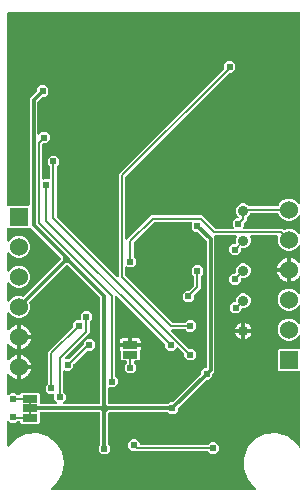
<source format=gbr>
G04 EAGLE Gerber RS-274X export*
G75*
%MOMM*%
%FSLAX34Y34*%
%LPD*%
%INBottom Copper*%
%IPPOS*%
%AMOC8*
5,1,8,0,0,1.08239X$1,22.5*%
G01*
%ADD10R,1.270000X0.635000*%
%ADD11C,0.203200*%
%ADD12R,1.524000X1.524000*%
%ADD13C,1.524000*%
%ADD14C,0.889000*%
%ADD15C,0.609600*%
%ADD16C,0.304800*%

G36*
X98678Y185580D02*
X98678Y185580D01*
X98760Y185577D01*
X98809Y185591D01*
X98861Y185595D01*
X98937Y185625D01*
X99016Y185647D01*
X99060Y185675D01*
X99108Y185694D01*
X99171Y185746D01*
X99240Y185790D01*
X99274Y185829D01*
X99314Y185862D01*
X99359Y185930D01*
X99412Y185992D01*
X99433Y186040D01*
X99461Y186083D01*
X99473Y186133D01*
X99517Y186237D01*
X99535Y186415D01*
X99545Y186459D01*
X99545Y272892D01*
X188461Y361807D01*
X188474Y361824D01*
X188490Y361838D01*
X188552Y361931D01*
X188619Y362021D01*
X188626Y362041D01*
X188637Y362059D01*
X188647Y362103D01*
X188706Y362272D01*
X188710Y362385D01*
X188721Y362436D01*
X188721Y365473D01*
X191549Y368301D01*
X195547Y368301D01*
X198375Y365473D01*
X198375Y361475D01*
X195547Y358647D01*
X193574Y358647D01*
X193553Y358644D01*
X193532Y358646D01*
X193422Y358624D01*
X193311Y358607D01*
X193292Y358598D01*
X193271Y358594D01*
X193233Y358570D01*
X193071Y358492D01*
X192989Y358415D01*
X192945Y358387D01*
X105395Y270837D01*
X105382Y270820D01*
X105366Y270806D01*
X105304Y270713D01*
X105237Y270623D01*
X105230Y270603D01*
X105219Y270585D01*
X105209Y270541D01*
X105150Y270372D01*
X105146Y270259D01*
X105135Y270208D01*
X105135Y217911D01*
X105142Y217861D01*
X105141Y217809D01*
X105162Y217730D01*
X105175Y217649D01*
X105197Y217602D01*
X105211Y217552D01*
X105255Y217483D01*
X105290Y217409D01*
X105325Y217372D01*
X105353Y217328D01*
X105416Y217275D01*
X105472Y217215D01*
X105516Y217189D01*
X105556Y217156D01*
X105631Y217124D01*
X105702Y217083D01*
X105753Y217072D01*
X105800Y217052D01*
X105882Y217043D01*
X105962Y217025D01*
X106013Y217030D01*
X106065Y217024D01*
X106145Y217040D01*
X106227Y217047D01*
X106275Y217066D01*
X106325Y217076D01*
X106369Y217104D01*
X106474Y217146D01*
X106613Y217259D01*
X106651Y217283D01*
X108403Y219035D01*
X127112Y237745D01*
X170322Y237745D01*
X181491Y226575D01*
X181508Y226562D01*
X181522Y226546D01*
X181615Y226484D01*
X181705Y226417D01*
X181725Y226410D01*
X181743Y226399D01*
X181787Y226389D01*
X181956Y226330D01*
X182069Y226326D01*
X182120Y226315D01*
X196007Y226315D01*
X196058Y226322D01*
X196109Y226321D01*
X196189Y226342D01*
X196270Y226355D01*
X196316Y226377D01*
X196366Y226391D01*
X196435Y226435D01*
X196509Y226470D01*
X196547Y226506D01*
X196590Y226533D01*
X196643Y226596D01*
X196703Y226652D01*
X196729Y226696D01*
X196762Y226736D01*
X196795Y226811D01*
X196835Y226882D01*
X196846Y226933D01*
X196867Y226980D01*
X196875Y227062D01*
X196893Y227142D01*
X196889Y227193D01*
X196894Y227245D01*
X196878Y227325D01*
X196871Y227407D01*
X196852Y227455D01*
X196842Y227505D01*
X196814Y227549D01*
X196772Y227654D01*
X196659Y227793D01*
X196635Y227831D01*
X196087Y228379D01*
X196087Y232377D01*
X198915Y235205D01*
X200449Y235205D01*
X200500Y235212D01*
X200552Y235211D01*
X200631Y235232D01*
X200712Y235245D01*
X200758Y235267D01*
X200808Y235281D01*
X200878Y235325D01*
X200951Y235360D01*
X200989Y235395D01*
X201033Y235423D01*
X201086Y235486D01*
X201146Y235542D01*
X201171Y235586D01*
X201205Y235626D01*
X201237Y235701D01*
X201278Y235772D01*
X201289Y235823D01*
X201309Y235870D01*
X201318Y235952D01*
X201335Y236032D01*
X201331Y236083D01*
X201336Y236135D01*
X201320Y236215D01*
X201314Y236297D01*
X201295Y236345D01*
X201284Y236395D01*
X201257Y236439D01*
X201215Y236544D01*
X201102Y236683D01*
X201077Y236721D01*
X199724Y238075D01*
X198776Y240362D01*
X198776Y242838D01*
X199724Y245125D01*
X201475Y246876D01*
X203762Y247824D01*
X206238Y247824D01*
X208525Y246876D01*
X209777Y245625D01*
X209794Y245612D01*
X209807Y245596D01*
X209900Y245534D01*
X209991Y245467D01*
X210011Y245460D01*
X210028Y245449D01*
X210073Y245439D01*
X210242Y245380D01*
X210355Y245376D01*
X210405Y245365D01*
X233991Y245365D01*
X234052Y245374D01*
X234114Y245373D01*
X234183Y245394D01*
X234254Y245405D01*
X234310Y245432D01*
X234369Y245449D01*
X234429Y245489D01*
X234493Y245520D01*
X234538Y245563D01*
X234590Y245597D01*
X234618Y245636D01*
X234687Y245702D01*
X234794Y245888D01*
X234812Y245913D01*
X235632Y247894D01*
X238276Y250538D01*
X241730Y251969D01*
X245470Y251969D01*
X248924Y250538D01*
X251568Y247894D01*
X251683Y247615D01*
X251731Y247536D01*
X251771Y247453D01*
X251799Y247423D01*
X251821Y247387D01*
X251890Y247326D01*
X251953Y247258D01*
X251988Y247238D01*
X252019Y247211D01*
X252103Y247172D01*
X252183Y247127D01*
X252224Y247118D01*
X252261Y247101D01*
X252353Y247089D01*
X252443Y247069D01*
X252484Y247072D01*
X252525Y247067D01*
X252616Y247083D01*
X252708Y247090D01*
X252746Y247106D01*
X252787Y247113D01*
X252869Y247155D01*
X252955Y247189D01*
X252987Y247215D01*
X253023Y247234D01*
X253089Y247299D01*
X253161Y247357D01*
X253184Y247391D01*
X253213Y247420D01*
X253257Y247501D01*
X253308Y247578D01*
X253315Y247609D01*
X253340Y247654D01*
X253391Y247915D01*
X253388Y247935D01*
X253392Y247955D01*
X253392Y408904D01*
X253377Y409006D01*
X253369Y409108D01*
X253357Y409136D01*
X253352Y409167D01*
X253308Y409259D01*
X253270Y409355D01*
X253250Y409378D01*
X253237Y409406D01*
X253167Y409481D01*
X253102Y409561D01*
X253076Y409578D01*
X253055Y409600D01*
X252966Y409651D01*
X252881Y409708D01*
X252857Y409714D01*
X252825Y409732D01*
X252565Y409790D01*
X252527Y409787D01*
X252504Y409792D01*
X6096Y409792D01*
X5994Y409777D01*
X5892Y409769D01*
X5864Y409757D01*
X5833Y409752D01*
X5741Y409708D01*
X5645Y409670D01*
X5622Y409650D01*
X5594Y409637D01*
X5519Y409567D01*
X5439Y409502D01*
X5422Y409476D01*
X5400Y409455D01*
X5349Y409366D01*
X5292Y409281D01*
X5286Y409257D01*
X5268Y409225D01*
X5210Y408965D01*
X5213Y408927D01*
X5208Y408904D01*
X5208Y246582D01*
X5215Y246531D01*
X5214Y246479D01*
X5235Y246400D01*
X5248Y246319D01*
X5270Y246272D01*
X5284Y246222D01*
X5328Y246153D01*
X5363Y246080D01*
X5399Y246042D01*
X5426Y245998D01*
X5489Y245945D01*
X5545Y245885D01*
X5590Y245860D01*
X5629Y245826D01*
X5704Y245794D01*
X5775Y245753D01*
X5826Y245742D01*
X5873Y245722D01*
X5955Y245713D01*
X6035Y245695D01*
X6086Y245700D01*
X6138Y245694D01*
X6218Y245710D01*
X6300Y245717D01*
X6348Y245736D01*
X6398Y245746D01*
X6442Y245774D01*
X6547Y245816D01*
X6616Y245873D01*
X23241Y245873D01*
X23343Y245888D01*
X23445Y245896D01*
X23473Y245908D01*
X23504Y245913D01*
X23596Y245957D01*
X23692Y245995D01*
X23715Y246015D01*
X23743Y246028D01*
X23818Y246098D01*
X23898Y246163D01*
X23915Y246189D01*
X23937Y246210D01*
X23988Y246299D01*
X24045Y246384D01*
X24051Y246408D01*
X24069Y246440D01*
X24127Y246700D01*
X24124Y246737D01*
X24127Y246751D01*
X24129Y246761D01*
X24129Y336648D01*
X26324Y338843D01*
X29965Y342484D01*
X29978Y342501D01*
X29994Y342514D01*
X30056Y342608D01*
X30123Y342698D01*
X30130Y342718D01*
X30141Y342735D01*
X30151Y342780D01*
X30210Y342949D01*
X30214Y343062D01*
X30225Y343112D01*
X30225Y344899D01*
X33053Y347727D01*
X37051Y347727D01*
X39879Y344899D01*
X39879Y340901D01*
X37051Y338073D01*
X35264Y338073D01*
X35243Y338070D01*
X35222Y338072D01*
X35112Y338050D01*
X35001Y338033D01*
X34982Y338024D01*
X34962Y338020D01*
X34923Y337996D01*
X34762Y337918D01*
X34679Y337841D01*
X34636Y337813D01*
X30995Y334172D01*
X30982Y334155D01*
X30966Y334142D01*
X30904Y334048D01*
X30837Y333958D01*
X30830Y333938D01*
X30819Y333921D01*
X30809Y333876D01*
X30750Y333707D01*
X30746Y333594D01*
X30735Y333544D01*
X30735Y306913D01*
X30742Y306862D01*
X30741Y306811D01*
X30762Y306731D01*
X30775Y306650D01*
X30797Y306604D01*
X30811Y306554D01*
X30855Y306485D01*
X30890Y306411D01*
X30925Y306373D01*
X30953Y306330D01*
X31016Y306277D01*
X31072Y306217D01*
X31116Y306191D01*
X31156Y306158D01*
X31231Y306125D01*
X31302Y306085D01*
X31353Y306074D01*
X31400Y306053D01*
X31482Y306045D01*
X31562Y306027D01*
X31613Y306031D01*
X31665Y306026D01*
X31745Y306042D01*
X31827Y306049D01*
X31875Y306068D01*
X31925Y306078D01*
X31969Y306106D01*
X32074Y306148D01*
X32213Y306261D01*
X32251Y306285D01*
X34323Y308357D01*
X38321Y308357D01*
X41149Y305529D01*
X41149Y301531D01*
X38321Y298703D01*
X35816Y298703D01*
X35795Y298700D01*
X35774Y298702D01*
X35664Y298680D01*
X35553Y298663D01*
X35534Y298654D01*
X35513Y298650D01*
X35475Y298626D01*
X35313Y298548D01*
X35231Y298471D01*
X35187Y298443D01*
X35059Y298315D01*
X35046Y298298D01*
X35030Y298284D01*
X34968Y298191D01*
X34901Y298101D01*
X34894Y298081D01*
X34883Y298063D01*
X34873Y298019D01*
X34814Y297850D01*
X34810Y297737D01*
X34799Y297686D01*
X34799Y268813D01*
X34806Y268762D01*
X34805Y268711D01*
X34826Y268631D01*
X34839Y268550D01*
X34861Y268504D01*
X34875Y268454D01*
X34919Y268385D01*
X34954Y268311D01*
X34990Y268273D01*
X35017Y268230D01*
X35080Y268177D01*
X35136Y268117D01*
X35180Y268091D01*
X35220Y268058D01*
X35295Y268025D01*
X35366Y267985D01*
X35417Y267974D01*
X35464Y267953D01*
X35546Y267945D01*
X35626Y267927D01*
X35677Y267931D01*
X35729Y267926D01*
X35809Y267942D01*
X35891Y267949D01*
X35939Y267968D01*
X35989Y267978D01*
X36033Y268006D01*
X36138Y268048D01*
X36277Y268161D01*
X36315Y268185D01*
X36355Y268225D01*
X40513Y268225D01*
X40615Y268240D01*
X40717Y268248D01*
X40745Y268260D01*
X40776Y268265D01*
X40868Y268309D01*
X40964Y268347D01*
X40987Y268367D01*
X41015Y268380D01*
X41090Y268450D01*
X41170Y268515D01*
X41187Y268541D01*
X41209Y268562D01*
X41260Y268651D01*
X41317Y268736D01*
X41323Y268760D01*
X41341Y268792D01*
X41399Y269052D01*
X41396Y269090D01*
X41401Y269113D01*
X41401Y279065D01*
X41398Y279085D01*
X41400Y279106D01*
X41378Y279217D01*
X41361Y279328D01*
X41352Y279346D01*
X41348Y279367D01*
X41324Y279406D01*
X41246Y279567D01*
X41169Y279649D01*
X41141Y279693D01*
X39369Y281465D01*
X39369Y285463D01*
X42197Y288291D01*
X46195Y288291D01*
X49023Y285463D01*
X49023Y281465D01*
X47251Y279693D01*
X47238Y279676D01*
X47222Y279663D01*
X47160Y279569D01*
X47093Y279479D01*
X47086Y279459D01*
X47075Y279442D01*
X47065Y279397D01*
X47006Y279228D01*
X47002Y279115D01*
X46991Y279065D01*
X46991Y237238D01*
X46994Y237217D01*
X46992Y237196D01*
X47014Y237086D01*
X47031Y236975D01*
X47040Y236956D01*
X47044Y236935D01*
X47068Y236897D01*
X47146Y236735D01*
X47223Y236653D01*
X47251Y236609D01*
X98029Y185831D01*
X98070Y185801D01*
X98106Y185763D01*
X98177Y185722D01*
X98243Y185674D01*
X98292Y185657D01*
X98336Y185631D01*
X98416Y185613D01*
X98494Y185586D01*
X98546Y185585D01*
X98596Y185573D01*
X98678Y185580D01*
G37*
G36*
X215175Y5217D02*
X215175Y5217D01*
X215237Y5216D01*
X215306Y5237D01*
X215377Y5248D01*
X215433Y5274D01*
X215492Y5292D01*
X215551Y5332D01*
X215616Y5363D01*
X215662Y5406D01*
X215713Y5440D01*
X215758Y5496D01*
X215811Y5545D01*
X215841Y5598D01*
X215880Y5646D01*
X215907Y5713D01*
X215943Y5775D01*
X215956Y5836D01*
X215979Y5893D01*
X215985Y5965D01*
X216000Y6035D01*
X215995Y6097D01*
X216000Y6158D01*
X215985Y6228D01*
X215979Y6300D01*
X215956Y6357D01*
X215942Y6417D01*
X215906Y6480D01*
X215880Y6547D01*
X215841Y6595D01*
X215810Y6648D01*
X215773Y6678D01*
X215712Y6753D01*
X215534Y6871D01*
X215510Y6891D01*
X214984Y7153D01*
X208609Y14146D01*
X205191Y22969D01*
X205191Y32431D01*
X208609Y41254D01*
X214984Y48247D01*
X223454Y52464D01*
X232876Y53338D01*
X241977Y50748D01*
X249528Y45046D01*
X251749Y41458D01*
X251762Y41443D01*
X251771Y41424D01*
X251848Y41341D01*
X251921Y41256D01*
X251938Y41245D01*
X251953Y41229D01*
X252050Y41174D01*
X252145Y41113D01*
X252165Y41108D01*
X252183Y41098D01*
X252293Y41073D01*
X252402Y41044D01*
X252423Y41044D01*
X252443Y41040D01*
X252555Y41049D01*
X252668Y41053D01*
X252687Y41060D01*
X252708Y41061D01*
X252812Y41103D01*
X252919Y41140D01*
X252935Y41153D01*
X252955Y41160D01*
X253042Y41231D01*
X253132Y41298D01*
X253145Y41315D01*
X253161Y41328D01*
X253223Y41422D01*
X253290Y41512D01*
X253297Y41532D01*
X253308Y41549D01*
X253318Y41593D01*
X253377Y41763D01*
X253381Y41876D01*
X253392Y41926D01*
X253392Y105462D01*
X253385Y105513D01*
X253386Y105565D01*
X253365Y105644D01*
X253352Y105725D01*
X253330Y105772D01*
X253316Y105822D01*
X253272Y105891D01*
X253237Y105964D01*
X253201Y106002D01*
X253174Y106046D01*
X253111Y106099D01*
X253055Y106159D01*
X253010Y106184D01*
X252971Y106218D01*
X252896Y106250D01*
X252825Y106291D01*
X252774Y106302D01*
X252727Y106322D01*
X252645Y106331D01*
X252565Y106349D01*
X252514Y106344D01*
X252462Y106350D01*
X252382Y106334D01*
X252300Y106327D01*
X252252Y106308D01*
X252202Y106298D01*
X252158Y106270D01*
X252053Y106228D01*
X251984Y106171D01*
X235243Y106171D01*
X234201Y107213D01*
X234201Y123927D01*
X235243Y124969D01*
X251974Y124969D01*
X252024Y124941D01*
X252090Y124892D01*
X252139Y124875D01*
X252183Y124849D01*
X252263Y124831D01*
X252341Y124804D01*
X252393Y124803D01*
X252443Y124791D01*
X252525Y124798D01*
X252607Y124795D01*
X252656Y124809D01*
X252708Y124813D01*
X252784Y124844D01*
X252863Y124865D01*
X252907Y124893D01*
X252955Y124912D01*
X253018Y124964D01*
X253087Y125008D01*
X253121Y125047D01*
X253161Y125080D01*
X253206Y125148D01*
X253259Y125210D01*
X253280Y125258D01*
X253308Y125301D01*
X253320Y125351D01*
X253364Y125455D01*
X253382Y125633D01*
X253392Y125678D01*
X253392Y135585D01*
X253378Y135677D01*
X253373Y135769D01*
X253359Y135807D01*
X253352Y135848D01*
X253312Y135931D01*
X253280Y136018D01*
X253255Y136050D01*
X253237Y136087D01*
X253174Y136155D01*
X253117Y136228D01*
X253084Y136251D01*
X253055Y136282D01*
X252975Y136327D01*
X252900Y136380D01*
X252860Y136393D01*
X252825Y136413D01*
X252734Y136434D01*
X252646Y136462D01*
X252605Y136462D01*
X252565Y136471D01*
X252473Y136464D01*
X252381Y136465D01*
X252341Y136453D01*
X252300Y136450D01*
X252214Y136415D01*
X252126Y136389D01*
X252092Y136366D01*
X252053Y136351D01*
X251982Y136292D01*
X251905Y136241D01*
X251887Y136216D01*
X251847Y136183D01*
X251700Y135962D01*
X251695Y135942D01*
X251683Y135925D01*
X251568Y135646D01*
X248924Y133002D01*
X245470Y131571D01*
X241730Y131571D01*
X238276Y133002D01*
X235632Y135646D01*
X234201Y139100D01*
X234201Y142840D01*
X235632Y146294D01*
X238276Y148938D01*
X241730Y150369D01*
X245470Y150369D01*
X248924Y148938D01*
X251568Y146294D01*
X251683Y146015D01*
X251731Y145936D01*
X251771Y145853D01*
X251799Y145823D01*
X251821Y145787D01*
X251890Y145726D01*
X251953Y145658D01*
X251988Y145638D01*
X252019Y145611D01*
X252103Y145572D01*
X252183Y145527D01*
X252224Y145518D01*
X252261Y145501D01*
X252353Y145489D01*
X252443Y145469D01*
X252484Y145472D01*
X252525Y145467D01*
X252616Y145483D01*
X252708Y145490D01*
X252746Y145506D01*
X252787Y145513D01*
X252869Y145555D01*
X252955Y145589D01*
X252987Y145615D01*
X253023Y145634D01*
X253089Y145699D01*
X253161Y145757D01*
X253184Y145791D01*
X253213Y145820D01*
X253257Y145901D01*
X253308Y145978D01*
X253315Y146009D01*
X253340Y146054D01*
X253391Y146315D01*
X253388Y146335D01*
X253392Y146355D01*
X253392Y160985D01*
X253378Y161077D01*
X253373Y161169D01*
X253359Y161207D01*
X253352Y161248D01*
X253312Y161331D01*
X253280Y161418D01*
X253255Y161450D01*
X253237Y161487D01*
X253174Y161555D01*
X253117Y161628D01*
X253084Y161651D01*
X253055Y161682D01*
X252975Y161727D01*
X252900Y161780D01*
X252860Y161793D01*
X252825Y161813D01*
X252734Y161834D01*
X252646Y161862D01*
X252605Y161862D01*
X252565Y161871D01*
X252473Y161864D01*
X252381Y161865D01*
X252341Y161853D01*
X252300Y161850D01*
X252214Y161815D01*
X252126Y161789D01*
X252092Y161766D01*
X252053Y161751D01*
X251982Y161692D01*
X251905Y161641D01*
X251887Y161616D01*
X251847Y161583D01*
X251700Y161362D01*
X251695Y161342D01*
X251683Y161325D01*
X251568Y161046D01*
X248924Y158402D01*
X245470Y156971D01*
X241730Y156971D01*
X238276Y158402D01*
X235632Y161046D01*
X234201Y164500D01*
X234201Y168240D01*
X235632Y171694D01*
X238276Y174338D01*
X241730Y175769D01*
X245470Y175769D01*
X248924Y174338D01*
X251568Y171694D01*
X251683Y171415D01*
X251731Y171336D01*
X251771Y171253D01*
X251799Y171223D01*
X251821Y171187D01*
X251890Y171126D01*
X251953Y171058D01*
X251988Y171038D01*
X252019Y171011D01*
X252103Y170972D01*
X252183Y170927D01*
X252224Y170918D01*
X252261Y170901D01*
X252353Y170889D01*
X252443Y170869D01*
X252484Y170872D01*
X252525Y170867D01*
X252616Y170883D01*
X252708Y170890D01*
X252746Y170906D01*
X252787Y170913D01*
X252869Y170955D01*
X252955Y170989D01*
X252987Y171015D01*
X253023Y171034D01*
X253089Y171099D01*
X253161Y171157D01*
X253184Y171191D01*
X253213Y171220D01*
X253257Y171301D01*
X253308Y171378D01*
X253315Y171409D01*
X253340Y171454D01*
X253391Y171715D01*
X253388Y171735D01*
X253392Y171755D01*
X253392Y185228D01*
X253374Y185347D01*
X253359Y185467D01*
X253354Y185478D01*
X253352Y185491D01*
X253300Y185599D01*
X253250Y185709D01*
X253242Y185719D01*
X253237Y185730D01*
X253154Y185818D01*
X253074Y185909D01*
X253064Y185915D01*
X253055Y185924D01*
X252951Y185984D01*
X252847Y186047D01*
X252835Y186050D01*
X252825Y186056D01*
X252707Y186082D01*
X252589Y186112D01*
X252577Y186111D01*
X252565Y186114D01*
X252444Y186104D01*
X252324Y186098D01*
X252312Y186093D01*
X252300Y186092D01*
X252188Y186047D01*
X252075Y186005D01*
X252067Y185999D01*
X252053Y185993D01*
X251847Y185826D01*
X251813Y185774D01*
X251785Y185750D01*
X251350Y185151D01*
X250219Y184020D01*
X248925Y183080D01*
X247500Y182354D01*
X245979Y181859D01*
X245377Y181764D01*
X245377Y190881D01*
X245362Y190982D01*
X245353Y191085D01*
X245342Y191113D01*
X245337Y191144D01*
X245293Y191236D01*
X245254Y191331D01*
X245235Y191355D01*
X245222Y191383D01*
X245152Y191458D01*
X245087Y191538D01*
X245061Y191555D01*
X245040Y191577D01*
X244951Y191628D01*
X244866Y191685D01*
X244842Y191690D01*
X244810Y191709D01*
X244550Y191767D01*
X244512Y191764D01*
X244489Y191769D01*
X243599Y191769D01*
X243599Y191771D01*
X244489Y191771D01*
X244590Y191786D01*
X244693Y191795D01*
X244721Y191806D01*
X244752Y191811D01*
X244844Y191855D01*
X244939Y191894D01*
X244963Y191913D01*
X244991Y191926D01*
X245066Y191996D01*
X245146Y192061D01*
X245163Y192087D01*
X245185Y192108D01*
X245236Y192197D01*
X245293Y192282D01*
X245299Y192306D01*
X245317Y192339D01*
X245375Y192598D01*
X245372Y192636D01*
X245377Y192659D01*
X245377Y201776D01*
X245979Y201681D01*
X247500Y201186D01*
X248925Y200460D01*
X250219Y199520D01*
X251350Y198389D01*
X251785Y197790D01*
X251870Y197704D01*
X251953Y197616D01*
X251963Y197610D01*
X251972Y197601D01*
X252079Y197544D01*
X252183Y197484D01*
X252196Y197481D01*
X252206Y197475D01*
X252325Y197452D01*
X252443Y197426D01*
X252455Y197427D01*
X252467Y197425D01*
X252588Y197438D01*
X252708Y197448D01*
X252719Y197452D01*
X252732Y197454D01*
X252843Y197502D01*
X252955Y197547D01*
X252964Y197555D01*
X252975Y197559D01*
X253067Y197638D01*
X253161Y197714D01*
X253168Y197725D01*
X253177Y197733D01*
X253241Y197835D01*
X253308Y197935D01*
X253311Y197945D01*
X253318Y197958D01*
X253387Y198215D01*
X253384Y198277D01*
X253392Y198312D01*
X253392Y211785D01*
X253378Y211877D01*
X253373Y211969D01*
X253359Y212007D01*
X253352Y212048D01*
X253312Y212131D01*
X253280Y212218D01*
X253255Y212250D01*
X253237Y212287D01*
X253174Y212355D01*
X253117Y212428D01*
X253084Y212451D01*
X253055Y212482D01*
X252975Y212527D01*
X252900Y212580D01*
X252860Y212593D01*
X252825Y212613D01*
X252734Y212634D01*
X252646Y212662D01*
X252605Y212662D01*
X252565Y212671D01*
X252473Y212664D01*
X252381Y212665D01*
X252341Y212653D01*
X252300Y212650D01*
X252214Y212615D01*
X252126Y212589D01*
X252092Y212566D01*
X252053Y212551D01*
X251982Y212492D01*
X251905Y212441D01*
X251887Y212416D01*
X251847Y212383D01*
X251700Y212162D01*
X251695Y212142D01*
X251683Y212125D01*
X251568Y211846D01*
X248924Y209202D01*
X245470Y207771D01*
X241730Y207771D01*
X238276Y209202D01*
X235632Y211846D01*
X234201Y215300D01*
X234201Y219040D01*
X234391Y219497D01*
X234393Y219507D01*
X234399Y219516D01*
X234425Y219636D01*
X234455Y219755D01*
X234454Y219766D01*
X234456Y219776D01*
X234446Y219897D01*
X234439Y220020D01*
X234436Y220030D01*
X234435Y220041D01*
X234389Y220155D01*
X234346Y220269D01*
X234340Y220278D01*
X234336Y220288D01*
X234258Y220384D01*
X234183Y220480D01*
X234175Y220486D01*
X234168Y220494D01*
X234066Y220562D01*
X233966Y220632D01*
X233956Y220636D01*
X233947Y220641D01*
X233917Y220648D01*
X233713Y220714D01*
X233617Y220715D01*
X233570Y220725D01*
X211191Y220725D01*
X211181Y220724D01*
X211171Y220725D01*
X211050Y220704D01*
X210929Y220685D01*
X210919Y220681D01*
X210909Y220679D01*
X210800Y220623D01*
X210689Y220570D01*
X210682Y220562D01*
X210672Y220558D01*
X210585Y220472D01*
X210495Y220388D01*
X210490Y220379D01*
X210482Y220372D01*
X210424Y220264D01*
X210363Y220158D01*
X210361Y220147D01*
X210356Y220138D01*
X210332Y220018D01*
X210305Y219898D01*
X210306Y219888D01*
X210304Y219877D01*
X210310Y219847D01*
X210327Y219633D01*
X210363Y219544D01*
X210371Y219497D01*
X211224Y217438D01*
X211224Y214962D01*
X210276Y212675D01*
X208525Y210924D01*
X206238Y209976D01*
X203585Y209976D01*
X203517Y209966D01*
X203400Y209959D01*
X203389Y209955D01*
X203377Y209954D01*
X203339Y209939D01*
X203323Y209936D01*
X203273Y209913D01*
X203264Y209909D01*
X203151Y209867D01*
X203141Y209860D01*
X203130Y209855D01*
X203095Y209826D01*
X203083Y209821D01*
X203052Y209792D01*
X203036Y209778D01*
X202940Y209705D01*
X202933Y209695D01*
X202924Y209688D01*
X202897Y209647D01*
X202889Y209639D01*
X202871Y209609D01*
X202856Y209586D01*
X202787Y209487D01*
X202783Y209476D01*
X202777Y209467D01*
X202769Y209434D01*
X202767Y209425D01*
X202757Y209409D01*
X202748Y209368D01*
X202705Y209235D01*
X202704Y209170D01*
X202699Y209149D01*
X202701Y209127D01*
X202693Y209090D01*
X202693Y206789D01*
X199865Y203961D01*
X195867Y203961D01*
X193039Y206789D01*
X193039Y210787D01*
X195867Y213615D01*
X198005Y213615D01*
X198015Y213616D01*
X198026Y213615D01*
X198147Y213636D01*
X198268Y213655D01*
X198277Y213659D01*
X198288Y213661D01*
X198397Y213717D01*
X198507Y213770D01*
X198515Y213778D01*
X198524Y213782D01*
X198612Y213868D01*
X198701Y213952D01*
X198707Y213961D01*
X198714Y213968D01*
X198773Y214076D01*
X198833Y214182D01*
X198836Y214193D01*
X198841Y214202D01*
X198864Y214322D01*
X198891Y214442D01*
X198890Y214452D01*
X198892Y214463D01*
X198887Y214494D01*
X198870Y214707D01*
X198834Y214795D01*
X198826Y214843D01*
X198776Y214962D01*
X198776Y217438D01*
X199629Y219497D01*
X199632Y219507D01*
X199637Y219516D01*
X199664Y219636D01*
X199693Y219755D01*
X199692Y219766D01*
X199695Y219776D01*
X199685Y219897D01*
X199678Y220021D01*
X199674Y220030D01*
X199673Y220041D01*
X199627Y220155D01*
X199584Y220269D01*
X199578Y220278D01*
X199574Y220288D01*
X199497Y220383D01*
X199422Y220480D01*
X199413Y220486D01*
X199406Y220494D01*
X199304Y220562D01*
X199204Y220632D01*
X199194Y220636D01*
X199185Y220641D01*
X199155Y220648D01*
X198951Y220714D01*
X198856Y220715D01*
X198809Y220725D01*
X180806Y220725D01*
X180755Y220718D01*
X180703Y220719D01*
X180624Y220698D01*
X180543Y220685D01*
X180497Y220663D01*
X180447Y220649D01*
X180378Y220605D01*
X180304Y220570D01*
X180266Y220534D01*
X180223Y220507D01*
X180170Y220444D01*
X180109Y220388D01*
X180084Y220344D01*
X180050Y220304D01*
X180018Y220229D01*
X179978Y220158D01*
X179966Y220107D01*
X179946Y220060D01*
X179938Y219978D01*
X179920Y219898D01*
X179924Y219847D01*
X179919Y219795D01*
X179935Y219715D01*
X179941Y219633D01*
X179961Y219585D01*
X179971Y219535D01*
X179998Y219491D01*
X180040Y219386D01*
X180154Y219247D01*
X180178Y219209D01*
X180595Y218792D01*
X180595Y105566D01*
X178950Y103921D01*
X178937Y103904D01*
X178921Y103891D01*
X178859Y103797D01*
X178792Y103707D01*
X178785Y103687D01*
X178774Y103670D01*
X178764Y103625D01*
X178705Y103456D01*
X178701Y103343D01*
X178690Y103293D01*
X178690Y101506D01*
X175862Y98678D01*
X174075Y98678D01*
X174054Y98675D01*
X174033Y98677D01*
X173923Y98655D01*
X173812Y98638D01*
X173793Y98629D01*
X173773Y98625D01*
X173734Y98601D01*
X173573Y98523D01*
X173490Y98446D01*
X173447Y98418D01*
X149983Y74954D01*
X149970Y74937D01*
X149954Y74924D01*
X149892Y74830D01*
X149825Y74740D01*
X149818Y74720D01*
X149807Y74703D01*
X149797Y74658D01*
X149738Y74489D01*
X149734Y74376D01*
X149723Y74326D01*
X149723Y72539D01*
X146895Y69711D01*
X142897Y69711D01*
X141633Y70975D01*
X141616Y70988D01*
X141603Y71004D01*
X141509Y71066D01*
X141419Y71133D01*
X141399Y71140D01*
X141382Y71151D01*
X141337Y71161D01*
X141168Y71220D01*
X141055Y71224D01*
X141005Y71235D01*
X91906Y71235D01*
X91885Y71232D01*
X91864Y71234D01*
X91754Y71212D01*
X91643Y71195D01*
X91624Y71186D01*
X91604Y71182D01*
X91565Y71158D01*
X91404Y71080D01*
X91321Y71003D01*
X91278Y70975D01*
X90939Y70636D01*
X90926Y70619D01*
X90910Y70606D01*
X90848Y70513D01*
X90781Y70422D01*
X90774Y70402D01*
X90763Y70385D01*
X90753Y70340D01*
X90694Y70171D01*
X90690Y70058D01*
X90679Y70008D01*
X90679Y44023D01*
X90682Y44003D01*
X90680Y43982D01*
X90702Y43871D01*
X90719Y43760D01*
X90728Y43742D01*
X90732Y43721D01*
X90756Y43682D01*
X90834Y43521D01*
X90911Y43439D01*
X90939Y43395D01*
X92203Y42131D01*
X92203Y38133D01*
X89375Y35305D01*
X85377Y35305D01*
X82549Y38133D01*
X82549Y42131D01*
X83813Y43395D01*
X83826Y43412D01*
X83842Y43425D01*
X83904Y43519D01*
X83971Y43609D01*
X83978Y43629D01*
X83989Y43646D01*
X83999Y43691D01*
X84058Y43860D01*
X84062Y43973D01*
X84073Y44023D01*
X84073Y70008D01*
X84070Y70029D01*
X84072Y70050D01*
X84050Y70160D01*
X84033Y70271D01*
X84024Y70290D01*
X84020Y70310D01*
X83996Y70349D01*
X83918Y70510D01*
X83841Y70593D01*
X83813Y70636D01*
X83474Y70975D01*
X83457Y70988D01*
X83444Y71004D01*
X83350Y71066D01*
X83260Y71133D01*
X83240Y71140D01*
X83223Y71151D01*
X83178Y71161D01*
X83009Y71220D01*
X82896Y71224D01*
X82846Y71235D01*
X33441Y71235D01*
X33339Y71220D01*
X33237Y71212D01*
X33209Y71200D01*
X33178Y71195D01*
X33086Y71151D01*
X32990Y71113D01*
X32967Y71093D01*
X32939Y71080D01*
X32864Y71010D01*
X32784Y70945D01*
X32767Y70919D01*
X32745Y70898D01*
X32694Y70809D01*
X32637Y70724D01*
X32631Y70700D01*
X32613Y70668D01*
X32555Y70408D01*
X32558Y70370D01*
X32553Y70347D01*
X32553Y62498D01*
X31511Y61456D01*
X17337Y61456D01*
X16295Y62498D01*
X16295Y62727D01*
X16280Y62829D01*
X16272Y62931D01*
X16260Y62959D01*
X16255Y62990D01*
X16211Y63082D01*
X16173Y63178D01*
X16153Y63201D01*
X16140Y63229D01*
X16070Y63304D01*
X16005Y63384D01*
X15979Y63401D01*
X15958Y63423D01*
X15869Y63474D01*
X15784Y63531D01*
X15760Y63537D01*
X15728Y63555D01*
X15468Y63613D01*
X15430Y63610D01*
X15407Y63615D01*
X13913Y63615D01*
X13893Y63612D01*
X13872Y63614D01*
X13761Y63592D01*
X13650Y63575D01*
X13632Y63566D01*
X13611Y63562D01*
X13572Y63538D01*
X13411Y63460D01*
X13329Y63383D01*
X13285Y63355D01*
X12159Y62229D01*
X8161Y62229D01*
X6724Y63666D01*
X6683Y63697D01*
X6647Y63734D01*
X6576Y63775D01*
X6510Y63824D01*
X6461Y63841D01*
X6417Y63866D01*
X6337Y63884D01*
X6259Y63911D01*
X6207Y63913D01*
X6157Y63924D01*
X6075Y63917D01*
X5993Y63920D01*
X5944Y63907D01*
X5892Y63902D01*
X5816Y63872D01*
X5737Y63850D01*
X5693Y63823D01*
X5645Y63803D01*
X5582Y63752D01*
X5513Y63708D01*
X5479Y63668D01*
X5439Y63636D01*
X5394Y63567D01*
X5341Y63505D01*
X5320Y63458D01*
X5292Y63415D01*
X5280Y63364D01*
X5236Y63261D01*
X5218Y63082D01*
X5208Y63038D01*
X5208Y42887D01*
X5219Y42816D01*
X5219Y42744D01*
X5238Y42685D01*
X5248Y42625D01*
X5279Y42560D01*
X5301Y42491D01*
X5336Y42441D01*
X5363Y42385D01*
X5412Y42333D01*
X5454Y42274D01*
X5503Y42236D01*
X5545Y42191D01*
X5607Y42155D01*
X5664Y42111D01*
X5722Y42090D01*
X5775Y42059D01*
X5846Y42043D01*
X5913Y42018D01*
X5975Y42015D01*
X6035Y42001D01*
X6107Y42007D01*
X6179Y42003D01*
X6238Y42018D01*
X6300Y42023D01*
X6367Y42050D01*
X6437Y42067D01*
X6472Y42092D01*
X6547Y42122D01*
X6751Y42288D01*
X6752Y42289D01*
X12184Y48247D01*
X20654Y52464D01*
X30076Y53338D01*
X39177Y50748D01*
X46728Y45046D01*
X51709Y37001D01*
X53447Y27700D01*
X51709Y18399D01*
X46727Y10354D01*
X42027Y6805D01*
X41949Y6724D01*
X41866Y6647D01*
X41856Y6629D01*
X41842Y6615D01*
X41790Y6514D01*
X41734Y6417D01*
X41730Y6396D01*
X41720Y6378D01*
X41701Y6267D01*
X41677Y6157D01*
X41678Y6137D01*
X41675Y6116D01*
X41689Y6004D01*
X41698Y5892D01*
X41706Y5873D01*
X41708Y5853D01*
X41755Y5750D01*
X41797Y5645D01*
X41810Y5629D01*
X41819Y5611D01*
X41894Y5527D01*
X41965Y5439D01*
X41982Y5428D01*
X41996Y5412D01*
X42092Y5354D01*
X42186Y5292D01*
X42202Y5288D01*
X42223Y5275D01*
X42481Y5211D01*
X42533Y5214D01*
X42563Y5208D01*
X215114Y5208D01*
X215175Y5217D01*
G37*
G36*
X141025Y77844D02*
X141025Y77844D01*
X141046Y77842D01*
X141157Y77864D01*
X141268Y77881D01*
X141286Y77890D01*
X141307Y77894D01*
X141346Y77918D01*
X141507Y77996D01*
X141589Y78073D01*
X141633Y78101D01*
X142897Y79365D01*
X144684Y79365D01*
X144705Y79368D01*
X144726Y79366D01*
X144836Y79388D01*
X144947Y79405D01*
X144966Y79414D01*
X144986Y79418D01*
X145025Y79442D01*
X145186Y79520D01*
X145269Y79597D01*
X145312Y79625D01*
X168776Y103089D01*
X168789Y103106D01*
X168805Y103119D01*
X168867Y103213D01*
X168934Y103303D01*
X168941Y103323D01*
X168952Y103340D01*
X168962Y103385D01*
X169021Y103554D01*
X169025Y103667D01*
X169036Y103717D01*
X169036Y105504D01*
X171864Y108332D01*
X173101Y108332D01*
X173203Y108347D01*
X173305Y108355D01*
X173333Y108367D01*
X173364Y108372D01*
X173456Y108416D01*
X173552Y108454D01*
X173575Y108474D01*
X173603Y108487D01*
X173678Y108557D01*
X173758Y108622D01*
X173775Y108648D01*
X173797Y108669D01*
X173848Y108758D01*
X173905Y108843D01*
X173911Y108867D01*
X173929Y108899D01*
X173987Y109159D01*
X173984Y109197D01*
X173989Y109220D01*
X173989Y215688D01*
X173986Y215709D01*
X173988Y215730D01*
X173966Y215840D01*
X173949Y215951D01*
X173940Y215970D01*
X173936Y215990D01*
X173912Y216029D01*
X173834Y216190D01*
X173757Y216273D01*
X173729Y216316D01*
X166532Y223513D01*
X166515Y223526D01*
X166502Y223542D01*
X166408Y223604D01*
X166318Y223671D01*
X166298Y223678D01*
X166281Y223689D01*
X166236Y223699D01*
X166067Y223758D01*
X165954Y223762D01*
X165904Y223773D01*
X164117Y223773D01*
X161289Y226601D01*
X161289Y230599D01*
X161329Y230639D01*
X161360Y230680D01*
X161397Y230716D01*
X161438Y230787D01*
X161487Y230853D01*
X161504Y230902D01*
X161529Y230946D01*
X161547Y231026D01*
X161574Y231104D01*
X161576Y231156D01*
X161587Y231206D01*
X161580Y231288D01*
X161583Y231370D01*
X161570Y231419D01*
X161565Y231471D01*
X161535Y231547D01*
X161513Y231626D01*
X161486Y231670D01*
X161466Y231718D01*
X161415Y231781D01*
X161371Y231850D01*
X161331Y231884D01*
X161299Y231924D01*
X161230Y231969D01*
X161168Y232022D01*
X161121Y232043D01*
X161078Y232071D01*
X161027Y232083D01*
X160924Y232127D01*
X160745Y232145D01*
X160701Y232155D01*
X129796Y232155D01*
X129775Y232152D01*
X129754Y232154D01*
X129644Y232132D01*
X129533Y232115D01*
X129514Y232106D01*
X129493Y232102D01*
X129455Y232078D01*
X129293Y232000D01*
X129211Y231923D01*
X129167Y231895D01*
X112355Y215083D01*
X112342Y215066D01*
X112326Y215052D01*
X112264Y214959D01*
X112197Y214869D01*
X112190Y214849D01*
X112179Y214831D01*
X112169Y214787D01*
X112110Y214618D01*
X112106Y214505D01*
X112095Y214454D01*
X112095Y203027D01*
X112098Y203007D01*
X112096Y202986D01*
X112118Y202875D01*
X112135Y202764D01*
X112144Y202746D01*
X112148Y202725D01*
X112172Y202686D01*
X112250Y202525D01*
X112327Y202443D01*
X112355Y202399D01*
X114127Y200627D01*
X114127Y196629D01*
X111299Y193801D01*
X107301Y193801D01*
X106651Y194451D01*
X106610Y194481D01*
X106574Y194519D01*
X106503Y194560D01*
X106437Y194609D01*
X106388Y194626D01*
X106344Y194651D01*
X106264Y194669D01*
X106186Y194696D01*
X106134Y194698D01*
X106084Y194709D01*
X106002Y194702D01*
X105920Y194705D01*
X105871Y194692D01*
X105819Y194687D01*
X105743Y194657D01*
X105664Y194635D01*
X105620Y194608D01*
X105572Y194588D01*
X105509Y194537D01*
X105440Y194493D01*
X105406Y194453D01*
X105366Y194421D01*
X105321Y194352D01*
X105268Y194290D01*
X105247Y194243D01*
X105219Y194200D01*
X105207Y194149D01*
X105163Y194046D01*
X105145Y193867D01*
X105135Y193823D01*
X105135Y187222D01*
X105138Y187201D01*
X105136Y187180D01*
X105158Y187070D01*
X105175Y186959D01*
X105184Y186940D01*
X105188Y186919D01*
X105212Y186881D01*
X105290Y186719D01*
X105367Y186637D01*
X105395Y186593D01*
X144915Y147073D01*
X144932Y147060D01*
X144946Y147044D01*
X145039Y146982D01*
X145129Y146915D01*
X145149Y146908D01*
X145167Y146897D01*
X145211Y146887D01*
X145380Y146828D01*
X145493Y146824D01*
X145544Y146813D01*
X155875Y146813D01*
X155895Y146816D01*
X155916Y146814D01*
X156027Y146836D01*
X156138Y146853D01*
X156156Y146862D01*
X156177Y146866D01*
X156216Y146890D01*
X156377Y146968D01*
X156459Y147045D01*
X156503Y147073D01*
X158275Y148845D01*
X162273Y148845D01*
X165101Y146017D01*
X165101Y142019D01*
X162273Y139191D01*
X158275Y139191D01*
X156503Y140963D01*
X156486Y140976D01*
X156473Y140992D01*
X156379Y141054D01*
X156289Y141121D01*
X156269Y141128D01*
X156252Y141139D01*
X156207Y141149D01*
X156038Y141208D01*
X155925Y141212D01*
X155875Y141223D01*
X144781Y141223D01*
X144731Y141216D01*
X144679Y141217D01*
X144600Y141196D01*
X144519Y141183D01*
X144472Y141161D01*
X144422Y141147D01*
X144353Y141103D01*
X144279Y141068D01*
X144242Y141033D01*
X144198Y141005D01*
X144145Y140942D01*
X144085Y140886D01*
X144059Y140842D01*
X144026Y140802D01*
X143994Y140727D01*
X143953Y140656D01*
X143942Y140605D01*
X143922Y140558D01*
X143913Y140476D01*
X143895Y140396D01*
X143900Y140345D01*
X143894Y140293D01*
X143910Y140213D01*
X143917Y140131D01*
X143936Y140083D01*
X143946Y140033D01*
X143974Y139989D01*
X144016Y139884D01*
X144129Y139745D01*
X144153Y139707D01*
X158885Y124975D01*
X158902Y124962D01*
X158916Y124946D01*
X159009Y124884D01*
X159099Y124817D01*
X159119Y124810D01*
X159137Y124799D01*
X159181Y124789D01*
X159350Y124730D01*
X159463Y124726D01*
X159514Y124715D01*
X162019Y124715D01*
X164847Y121887D01*
X164847Y117889D01*
X162019Y115061D01*
X158021Y115061D01*
X155193Y117889D01*
X155193Y120394D01*
X155190Y120415D01*
X155192Y120436D01*
X155170Y120546D01*
X155153Y120657D01*
X155144Y120676D01*
X155140Y120697D01*
X155116Y120735D01*
X155038Y120897D01*
X154961Y120979D01*
X154933Y121023D01*
X149766Y126190D01*
X149683Y126251D01*
X149605Y126317D01*
X149577Y126329D01*
X149552Y126347D01*
X149455Y126381D01*
X149361Y126422D01*
X149330Y126425D01*
X149301Y126435D01*
X149198Y126438D01*
X149096Y126449D01*
X149066Y126443D01*
X149035Y126444D01*
X148936Y126417D01*
X148836Y126397D01*
X148815Y126384D01*
X148779Y126374D01*
X148554Y126231D01*
X148530Y126203D01*
X148510Y126190D01*
X145509Y123189D01*
X141511Y123189D01*
X138683Y126017D01*
X138683Y128522D01*
X138680Y128543D01*
X138682Y128564D01*
X138660Y128674D01*
X138643Y128785D01*
X138634Y128804D01*
X138630Y128825D01*
X138606Y128863D01*
X138528Y129025D01*
X138451Y129107D01*
X138423Y129151D01*
X98037Y169537D01*
X97996Y169567D01*
X97960Y169605D01*
X97889Y169646D01*
X97823Y169694D01*
X97774Y169711D01*
X97730Y169737D01*
X97650Y169755D01*
X97572Y169782D01*
X97520Y169783D01*
X97470Y169795D01*
X97388Y169788D01*
X97306Y169791D01*
X97257Y169777D01*
X97205Y169773D01*
X97129Y169743D01*
X97050Y169721D01*
X97006Y169693D01*
X96958Y169674D01*
X96895Y169622D01*
X96826Y169578D01*
X96792Y169539D01*
X96752Y169506D01*
X96707Y169438D01*
X96654Y169376D01*
X96633Y169328D01*
X96605Y169285D01*
X96593Y169235D01*
X96549Y169131D01*
X96531Y168953D01*
X96521Y168909D01*
X96521Y101427D01*
X96524Y101407D01*
X96522Y101386D01*
X96544Y101275D01*
X96561Y101164D01*
X96570Y101146D01*
X96574Y101125D01*
X96598Y101086D01*
X96676Y100925D01*
X96753Y100843D01*
X96781Y100799D01*
X98553Y99027D01*
X98553Y95029D01*
X95725Y92201D01*
X91567Y92201D01*
X91465Y92186D01*
X91363Y92178D01*
X91335Y92166D01*
X91304Y92161D01*
X91212Y92117D01*
X91116Y92079D01*
X91093Y92059D01*
X91065Y92046D01*
X90990Y91976D01*
X90910Y91911D01*
X90893Y91885D01*
X90871Y91864D01*
X90820Y91775D01*
X90763Y91690D01*
X90757Y91666D01*
X90739Y91634D01*
X90681Y91374D01*
X90684Y91336D01*
X90679Y91313D01*
X90679Y78729D01*
X90694Y78627D01*
X90702Y78525D01*
X90714Y78497D01*
X90719Y78466D01*
X90763Y78374D01*
X90801Y78278D01*
X90821Y78255D01*
X90834Y78227D01*
X90904Y78152D01*
X90969Y78072D01*
X90995Y78055D01*
X91016Y78033D01*
X91105Y77982D01*
X91190Y77925D01*
X91214Y77919D01*
X91246Y77901D01*
X91506Y77843D01*
X91544Y77846D01*
X91567Y77841D01*
X141005Y77841D01*
X141025Y77844D01*
G37*
G36*
X46590Y77848D02*
X46590Y77848D01*
X46641Y77847D01*
X46721Y77868D01*
X46802Y77881D01*
X46848Y77903D01*
X46898Y77917D01*
X46967Y77961D01*
X47041Y77996D01*
X47079Y78031D01*
X47122Y78059D01*
X47175Y78122D01*
X47235Y78178D01*
X47261Y78222D01*
X47294Y78262D01*
X47327Y78337D01*
X47367Y78408D01*
X47378Y78459D01*
X47399Y78506D01*
X47407Y78588D01*
X47425Y78668D01*
X47421Y78719D01*
X47426Y78771D01*
X47410Y78851D01*
X47403Y78933D01*
X47384Y78981D01*
X47374Y79031D01*
X47346Y79075D01*
X47304Y79180D01*
X47191Y79319D01*
X47167Y79357D01*
X44957Y81567D01*
X44957Y85725D01*
X44942Y85827D01*
X44934Y85929D01*
X44922Y85957D01*
X44917Y85988D01*
X44873Y86080D01*
X44835Y86176D01*
X44815Y86199D01*
X44802Y86227D01*
X44732Y86302D01*
X44667Y86382D01*
X44641Y86399D01*
X44620Y86421D01*
X44531Y86472D01*
X44446Y86529D01*
X44422Y86535D01*
X44390Y86553D01*
X44130Y86611D01*
X44092Y86608D01*
X44069Y86613D01*
X40419Y86613D01*
X37591Y89441D01*
X37591Y93439D01*
X39363Y95211D01*
X39376Y95228D01*
X39392Y95241D01*
X39454Y95335D01*
X39521Y95425D01*
X39528Y95445D01*
X39539Y95462D01*
X39549Y95507D01*
X39608Y95676D01*
X39612Y95789D01*
X39623Y95839D01*
X39623Y122062D01*
X60445Y142883D01*
X60458Y142900D01*
X60474Y142914D01*
X60536Y143007D01*
X60603Y143097D01*
X60610Y143117D01*
X60621Y143135D01*
X60631Y143179D01*
X60690Y143348D01*
X60694Y143461D01*
X60705Y143512D01*
X60705Y146017D01*
X63533Y148845D01*
X66421Y148845D01*
X66523Y148860D01*
X66625Y148868D01*
X66653Y148880D01*
X66684Y148885D01*
X66776Y148929D01*
X66872Y148967D01*
X66895Y148987D01*
X66923Y149000D01*
X66998Y149070D01*
X67078Y149135D01*
X67095Y149161D01*
X67117Y149182D01*
X67168Y149271D01*
X67225Y149356D01*
X67231Y149380D01*
X67249Y149412D01*
X67307Y149672D01*
X67304Y149710D01*
X67309Y149733D01*
X67309Y153891D01*
X70137Y156719D01*
X74135Y156719D01*
X76963Y153891D01*
X76963Y149893D01*
X75191Y148121D01*
X75178Y148104D01*
X75162Y148091D01*
X75100Y147997D01*
X75033Y147907D01*
X75026Y147887D01*
X75015Y147870D01*
X75005Y147825D01*
X74946Y147656D01*
X74942Y147543D01*
X74931Y147493D01*
X74931Y138034D01*
X73033Y136137D01*
X54237Y117341D01*
X54207Y117300D01*
X54169Y117264D01*
X54128Y117193D01*
X54080Y117127D01*
X54063Y117078D01*
X54037Y117034D01*
X54019Y116954D01*
X53992Y116876D01*
X53991Y116824D01*
X53979Y116774D01*
X53986Y116692D01*
X53983Y116610D01*
X53997Y116561D01*
X54001Y116509D01*
X54031Y116433D01*
X54053Y116354D01*
X54081Y116310D01*
X54100Y116262D01*
X54152Y116199D01*
X54196Y116130D01*
X54235Y116096D01*
X54268Y116056D01*
X54336Y116011D01*
X54398Y115958D01*
X54446Y115937D01*
X54489Y115909D01*
X54539Y115897D01*
X54643Y115853D01*
X54821Y115835D01*
X54865Y115825D01*
X56894Y115825D01*
X56915Y115828D01*
X56936Y115826D01*
X57046Y115848D01*
X57157Y115865D01*
X57176Y115874D01*
X57197Y115878D01*
X57235Y115902D01*
X57397Y115980D01*
X57479Y116057D01*
X57523Y116085D01*
X69589Y128151D01*
X69602Y128168D01*
X69618Y128182D01*
X69680Y128275D01*
X69747Y128365D01*
X69754Y128385D01*
X69765Y128403D01*
X69775Y128447D01*
X69834Y128616D01*
X69838Y128729D01*
X69849Y128780D01*
X69849Y130015D01*
X72677Y132843D01*
X76675Y132843D01*
X79503Y130015D01*
X79503Y126017D01*
X76675Y123189D01*
X72900Y123189D01*
X72879Y123186D01*
X72858Y123188D01*
X72748Y123166D01*
X72637Y123149D01*
X72618Y123140D01*
X72597Y123136D01*
X72559Y123112D01*
X72397Y123034D01*
X72315Y122957D01*
X72271Y122929D01*
X61475Y112133D01*
X61462Y112116D01*
X61446Y112102D01*
X61384Y112009D01*
X61317Y111919D01*
X61310Y111899D01*
X61299Y111881D01*
X61289Y111837D01*
X61230Y111668D01*
X61226Y111555D01*
X61215Y111504D01*
X61215Y108999D01*
X58387Y106171D01*
X54389Y106171D01*
X54095Y106465D01*
X54054Y106495D01*
X54018Y106533D01*
X53947Y106574D01*
X53881Y106623D01*
X53832Y106640D01*
X53788Y106665D01*
X53708Y106683D01*
X53630Y106710D01*
X53578Y106712D01*
X53528Y106723D01*
X53446Y106716D01*
X53364Y106719D01*
X53315Y106706D01*
X53263Y106701D01*
X53187Y106671D01*
X53108Y106649D01*
X53064Y106622D01*
X53016Y106602D01*
X52953Y106551D01*
X52884Y106507D01*
X52850Y106467D01*
X52810Y106435D01*
X52765Y106366D01*
X52712Y106304D01*
X52691Y106257D01*
X52663Y106214D01*
X52651Y106163D01*
X52607Y106060D01*
X52589Y105881D01*
X52579Y105837D01*
X52579Y87965D01*
X52582Y87945D01*
X52580Y87924D01*
X52602Y87813D01*
X52619Y87702D01*
X52628Y87684D01*
X52632Y87663D01*
X52656Y87624D01*
X52734Y87463D01*
X52811Y87381D01*
X52839Y87337D01*
X54611Y85565D01*
X54611Y81567D01*
X52401Y79357D01*
X52370Y79316D01*
X52333Y79280D01*
X52292Y79209D01*
X52243Y79143D01*
X52226Y79094D01*
X52201Y79050D01*
X52183Y78970D01*
X52156Y78892D01*
X52154Y78840D01*
X52143Y78790D01*
X52150Y78708D01*
X52147Y78626D01*
X52160Y78577D01*
X52165Y78525D01*
X52195Y78449D01*
X52217Y78370D01*
X52244Y78326D01*
X52264Y78278D01*
X52315Y78215D01*
X52359Y78146D01*
X52399Y78112D01*
X52431Y78072D01*
X52500Y78027D01*
X52562Y77974D01*
X52609Y77953D01*
X52652Y77925D01*
X52703Y77913D01*
X52806Y77869D01*
X52985Y77851D01*
X53029Y77841D01*
X83185Y77841D01*
X83287Y77856D01*
X83389Y77864D01*
X83417Y77876D01*
X83448Y77881D01*
X83540Y77925D01*
X83636Y77963D01*
X83659Y77983D01*
X83687Y77996D01*
X83762Y78066D01*
X83842Y78131D01*
X83859Y78157D01*
X83881Y78178D01*
X83932Y78267D01*
X83989Y78352D01*
X83995Y78376D01*
X84013Y78408D01*
X84071Y78668D01*
X84068Y78706D01*
X84073Y78729D01*
X84073Y167671D01*
X84070Y167692D01*
X84072Y167713D01*
X84050Y167823D01*
X84033Y167934D01*
X84024Y167953D01*
X84020Y167974D01*
X83996Y168012D01*
X83918Y168174D01*
X83841Y168256D01*
X83813Y168299D01*
X56686Y195427D01*
X56669Y195439D01*
X56656Y195456D01*
X56562Y195518D01*
X56472Y195585D01*
X56452Y195591D01*
X56435Y195603D01*
X56390Y195613D01*
X56221Y195672D01*
X56108Y195676D01*
X56058Y195687D01*
X55452Y195687D01*
X55431Y195684D01*
X55410Y195686D01*
X55300Y195664D01*
X55189Y195647D01*
X55170Y195638D01*
X55149Y195634D01*
X55111Y195609D01*
X54950Y195531D01*
X54867Y195454D01*
X54824Y195427D01*
X23981Y164584D01*
X23944Y164535D01*
X23900Y164491D01*
X23866Y164428D01*
X23823Y164370D01*
X23803Y164312D01*
X23774Y164257D01*
X23760Y164187D01*
X23736Y164119D01*
X23734Y164057D01*
X23722Y163997D01*
X23730Y163949D01*
X23727Y163854D01*
X23783Y163647D01*
X23789Y163616D01*
X24399Y162144D01*
X24399Y158404D01*
X22968Y154950D01*
X20324Y152306D01*
X16870Y150875D01*
X13130Y150875D01*
X9676Y152306D01*
X7032Y154950D01*
X6917Y155229D01*
X6869Y155308D01*
X6829Y155391D01*
X6801Y155421D01*
X6779Y155457D01*
X6710Y155518D01*
X6647Y155586D01*
X6612Y155606D01*
X6581Y155633D01*
X6497Y155672D01*
X6417Y155717D01*
X6376Y155726D01*
X6339Y155743D01*
X6247Y155755D01*
X6157Y155775D01*
X6116Y155772D01*
X6075Y155777D01*
X5984Y155761D01*
X5892Y155754D01*
X5854Y155738D01*
X5813Y155731D01*
X5731Y155689D01*
X5645Y155655D01*
X5613Y155629D01*
X5577Y155610D01*
X5511Y155545D01*
X5439Y155487D01*
X5416Y155453D01*
X5387Y155424D01*
X5343Y155343D01*
X5292Y155266D01*
X5285Y155235D01*
X5260Y155190D01*
X5209Y154929D01*
X5212Y154909D01*
X5208Y154889D01*
X5208Y141416D01*
X5226Y141297D01*
X5241Y141177D01*
X5246Y141166D01*
X5248Y141153D01*
X5300Y141045D01*
X5350Y140935D01*
X5358Y140925D01*
X5363Y140914D01*
X5446Y140826D01*
X5526Y140735D01*
X5536Y140729D01*
X5545Y140720D01*
X5649Y140660D01*
X5753Y140597D01*
X5765Y140594D01*
X5775Y140588D01*
X5893Y140562D01*
X6011Y140532D01*
X6023Y140533D01*
X6035Y140530D01*
X6156Y140540D01*
X6276Y140546D01*
X6288Y140551D01*
X6300Y140552D01*
X6412Y140597D01*
X6525Y140639D01*
X6533Y140645D01*
X6547Y140651D01*
X6753Y140818D01*
X6787Y140870D01*
X6815Y140894D01*
X7250Y141493D01*
X8381Y142624D01*
X9675Y143564D01*
X11100Y144290D01*
X12621Y144785D01*
X13223Y144880D01*
X13223Y135763D01*
X13238Y135662D01*
X13246Y135559D01*
X13258Y135531D01*
X13263Y135500D01*
X13307Y135408D01*
X13345Y135313D01*
X13365Y135289D01*
X13378Y135261D01*
X13448Y135186D01*
X13513Y135106D01*
X13539Y135089D01*
X13560Y135067D01*
X13649Y135016D01*
X13734Y134959D01*
X13758Y134954D01*
X13790Y134935D01*
X14050Y134877D01*
X14088Y134880D01*
X14111Y134875D01*
X15001Y134875D01*
X15001Y134873D01*
X14111Y134873D01*
X14009Y134858D01*
X13907Y134849D01*
X13879Y134838D01*
X13848Y134833D01*
X13756Y134789D01*
X13660Y134750D01*
X13637Y134731D01*
X13609Y134718D01*
X13534Y134648D01*
X13454Y134583D01*
X13437Y134557D01*
X13415Y134536D01*
X13364Y134447D01*
X13307Y134362D01*
X13301Y134338D01*
X13283Y134305D01*
X13225Y134046D01*
X13228Y134008D01*
X13223Y133985D01*
X13223Y124868D01*
X12621Y124963D01*
X11100Y125458D01*
X9675Y126184D01*
X8381Y127124D01*
X7250Y128255D01*
X6815Y128854D01*
X6730Y128940D01*
X6647Y129028D01*
X6637Y129034D01*
X6628Y129043D01*
X6521Y129100D01*
X6417Y129160D01*
X6404Y129163D01*
X6394Y129169D01*
X6275Y129192D01*
X6157Y129218D01*
X6145Y129217D01*
X6133Y129219D01*
X6012Y129206D01*
X5892Y129196D01*
X5881Y129192D01*
X5868Y129190D01*
X5757Y129142D01*
X5645Y129097D01*
X5636Y129089D01*
X5625Y129085D01*
X5533Y129006D01*
X5439Y128930D01*
X5432Y128919D01*
X5423Y128911D01*
X5359Y128809D01*
X5292Y128709D01*
X5289Y128699D01*
X5282Y128686D01*
X5213Y128429D01*
X5216Y128367D01*
X5208Y128332D01*
X5208Y116016D01*
X5226Y115897D01*
X5241Y115777D01*
X5246Y115766D01*
X5248Y115753D01*
X5300Y115645D01*
X5350Y115535D01*
X5358Y115525D01*
X5363Y115514D01*
X5446Y115426D01*
X5526Y115335D01*
X5536Y115329D01*
X5545Y115320D01*
X5649Y115260D01*
X5753Y115197D01*
X5765Y115194D01*
X5775Y115188D01*
X5893Y115162D01*
X6011Y115132D01*
X6023Y115133D01*
X6035Y115130D01*
X6156Y115140D01*
X6276Y115146D01*
X6288Y115151D01*
X6300Y115152D01*
X6412Y115197D01*
X6525Y115239D01*
X6533Y115245D01*
X6547Y115251D01*
X6753Y115418D01*
X6787Y115470D01*
X6815Y115494D01*
X7250Y116093D01*
X8381Y117224D01*
X9675Y118164D01*
X11100Y118890D01*
X12621Y119385D01*
X13223Y119480D01*
X13223Y110363D01*
X13238Y110262D01*
X13246Y110159D01*
X13258Y110131D01*
X13263Y110100D01*
X13307Y110008D01*
X13345Y109913D01*
X13365Y109889D01*
X13378Y109861D01*
X13448Y109786D01*
X13513Y109706D01*
X13539Y109689D01*
X13560Y109667D01*
X13649Y109616D01*
X13734Y109559D01*
X13758Y109554D01*
X13790Y109535D01*
X14050Y109477D01*
X14088Y109480D01*
X14111Y109475D01*
X15001Y109475D01*
X15001Y109473D01*
X14111Y109473D01*
X14009Y109458D01*
X13907Y109449D01*
X13879Y109438D01*
X13848Y109433D01*
X13756Y109389D01*
X13660Y109350D01*
X13637Y109331D01*
X13609Y109318D01*
X13534Y109248D01*
X13454Y109183D01*
X13437Y109157D01*
X13415Y109136D01*
X13364Y109047D01*
X13307Y108962D01*
X13301Y108938D01*
X13283Y108905D01*
X13225Y108646D01*
X13228Y108608D01*
X13223Y108585D01*
X13223Y99468D01*
X12621Y99563D01*
X11100Y100058D01*
X9675Y100784D01*
X8381Y101724D01*
X7250Y102855D01*
X6815Y103454D01*
X6743Y103526D01*
X6706Y103572D01*
X6689Y103583D01*
X6647Y103628D01*
X6637Y103634D01*
X6628Y103643D01*
X6521Y103700D01*
X6417Y103760D01*
X6404Y103763D01*
X6394Y103769D01*
X6275Y103792D01*
X6157Y103818D01*
X6145Y103817D01*
X6133Y103819D01*
X6012Y103806D01*
X5892Y103796D01*
X5881Y103792D01*
X5868Y103790D01*
X5757Y103742D01*
X5645Y103697D01*
X5636Y103689D01*
X5625Y103685D01*
X5533Y103606D01*
X5439Y103530D01*
X5432Y103519D01*
X5423Y103511D01*
X5359Y103409D01*
X5292Y103309D01*
X5289Y103299D01*
X5282Y103286D01*
X5269Y103237D01*
X5268Y103236D01*
X5265Y103224D01*
X5213Y103029D01*
X5214Y102997D01*
X5210Y102976D01*
X5212Y102951D01*
X5208Y102932D01*
X5208Y86568D01*
X5215Y86517D01*
X5214Y86466D01*
X5235Y86386D01*
X5248Y86305D01*
X5270Y86259D01*
X5284Y86209D01*
X5328Y86140D01*
X5363Y86066D01*
X5398Y86028D01*
X5426Y85985D01*
X5489Y85932D01*
X5545Y85872D01*
X5589Y85846D01*
X5629Y85813D01*
X5704Y85780D01*
X5775Y85740D01*
X5826Y85729D01*
X5873Y85708D01*
X5955Y85700D01*
X6035Y85682D01*
X6086Y85686D01*
X6138Y85681D01*
X6218Y85697D01*
X6300Y85704D01*
X6348Y85723D01*
X6398Y85733D01*
X6442Y85761D01*
X6547Y85803D01*
X6686Y85916D01*
X6724Y85940D01*
X7907Y87123D01*
X11905Y87123D01*
X13307Y85721D01*
X13324Y85708D01*
X13337Y85692D01*
X13431Y85630D01*
X13521Y85563D01*
X13541Y85556D01*
X13558Y85545D01*
X13603Y85535D01*
X13772Y85476D01*
X13885Y85472D01*
X13935Y85461D01*
X15407Y85461D01*
X15509Y85476D01*
X15611Y85484D01*
X15639Y85496D01*
X15670Y85501D01*
X15762Y85545D01*
X15858Y85583D01*
X15881Y85603D01*
X15909Y85616D01*
X15984Y85686D01*
X16064Y85751D01*
X16081Y85777D01*
X16103Y85798D01*
X16154Y85887D01*
X16211Y85972D01*
X16217Y85996D01*
X16235Y86028D01*
X16293Y86288D01*
X16290Y86326D01*
X16295Y86349D01*
X16295Y86578D01*
X17337Y87620D01*
X31511Y87620D01*
X32553Y86578D01*
X32553Y78729D01*
X32568Y78627D01*
X32576Y78525D01*
X32588Y78497D01*
X32593Y78466D01*
X32637Y78374D01*
X32675Y78278D01*
X32695Y78255D01*
X32708Y78227D01*
X32778Y78152D01*
X32843Y78072D01*
X32869Y78055D01*
X32890Y78033D01*
X32979Y77982D01*
X33064Y77925D01*
X33088Y77919D01*
X33120Y77901D01*
X33380Y77843D01*
X33418Y77846D01*
X33441Y77841D01*
X46539Y77841D01*
X46590Y77848D01*
G37*
G36*
X6127Y164780D02*
X6127Y164780D01*
X6219Y164779D01*
X6259Y164791D01*
X6300Y164794D01*
X6386Y164829D01*
X6474Y164855D01*
X6508Y164878D01*
X6547Y164893D01*
X6618Y164952D01*
X6695Y165003D01*
X6713Y165028D01*
X6753Y165061D01*
X6900Y165282D01*
X6905Y165302D01*
X6917Y165319D01*
X7032Y165598D01*
X9676Y168242D01*
X13130Y169673D01*
X16870Y169673D01*
X18342Y169063D01*
X18403Y169048D01*
X18460Y169023D01*
X18531Y169016D01*
X18600Y168999D01*
X18662Y169002D01*
X18724Y168996D01*
X18794Y169010D01*
X18866Y169014D01*
X18924Y169036D01*
X18985Y169048D01*
X19025Y169074D01*
X19115Y169107D01*
X19284Y169238D01*
X19310Y169255D01*
X50153Y200098D01*
X50165Y200114D01*
X50182Y200128D01*
X50244Y200221D01*
X50311Y200312D01*
X50317Y200331D01*
X50329Y200349D01*
X50339Y200393D01*
X50398Y200563D01*
X50402Y200675D01*
X50413Y200726D01*
X50413Y201332D01*
X50410Y201352D01*
X50412Y201373D01*
X50390Y201484D01*
X50373Y201595D01*
X50364Y201613D01*
X50360Y201634D01*
X50335Y201673D01*
X50257Y201834D01*
X50180Y201916D01*
X50153Y201960D01*
X24825Y227287D01*
X24742Y227349D01*
X24664Y227415D01*
X24636Y227427D01*
X24611Y227445D01*
X24514Y227479D01*
X24420Y227519D01*
X24389Y227522D01*
X24360Y227533D01*
X24258Y227536D01*
X24155Y227547D01*
X24125Y227541D01*
X24094Y227542D01*
X23995Y227515D01*
X23895Y227495D01*
X23875Y227482D01*
X23838Y227472D01*
X23614Y227329D01*
X23589Y227300D01*
X23569Y227287D01*
X23357Y227075D01*
X6626Y227075D01*
X6576Y227103D01*
X6510Y227152D01*
X6461Y227169D01*
X6417Y227195D01*
X6337Y227213D01*
X6259Y227240D01*
X6207Y227241D01*
X6157Y227253D01*
X6075Y227246D01*
X5993Y227249D01*
X5944Y227235D01*
X5892Y227231D01*
X5816Y227200D01*
X5737Y227179D01*
X5693Y227151D01*
X5645Y227132D01*
X5582Y227080D01*
X5513Y227036D01*
X5479Y226997D01*
X5439Y226964D01*
X5394Y226896D01*
X5341Y226834D01*
X5320Y226786D01*
X5292Y226743D01*
X5280Y226693D01*
X5236Y226589D01*
X5218Y226411D01*
X5208Y226366D01*
X5208Y216459D01*
X5222Y216367D01*
X5227Y216275D01*
X5241Y216237D01*
X5248Y216196D01*
X5288Y216113D01*
X5320Y216026D01*
X5345Y215994D01*
X5363Y215957D01*
X5426Y215889D01*
X5483Y215816D01*
X5516Y215793D01*
X5545Y215762D01*
X5625Y215717D01*
X5700Y215664D01*
X5740Y215651D01*
X5775Y215631D01*
X5866Y215610D01*
X5954Y215582D01*
X5995Y215582D01*
X6035Y215573D01*
X6127Y215580D01*
X6219Y215579D01*
X6259Y215591D01*
X6300Y215594D01*
X6386Y215629D01*
X6474Y215655D01*
X6508Y215678D01*
X6547Y215693D01*
X6618Y215752D01*
X6695Y215803D01*
X6713Y215828D01*
X6753Y215861D01*
X6900Y216082D01*
X6905Y216102D01*
X6917Y216119D01*
X7032Y216398D01*
X9676Y219042D01*
X13130Y220473D01*
X16870Y220473D01*
X20324Y219042D01*
X22968Y216398D01*
X24399Y212944D01*
X24399Y209204D01*
X22968Y205750D01*
X20324Y203106D01*
X16870Y201675D01*
X13130Y201675D01*
X9676Y203106D01*
X7032Y205750D01*
X6917Y206029D01*
X6869Y206108D01*
X6829Y206191D01*
X6801Y206221D01*
X6779Y206257D01*
X6710Y206318D01*
X6647Y206386D01*
X6612Y206406D01*
X6581Y206433D01*
X6497Y206472D01*
X6417Y206517D01*
X6376Y206526D01*
X6339Y206543D01*
X6247Y206555D01*
X6157Y206575D01*
X6116Y206572D01*
X6075Y206577D01*
X5984Y206561D01*
X5892Y206554D01*
X5854Y206538D01*
X5813Y206531D01*
X5731Y206489D01*
X5645Y206455D01*
X5613Y206429D01*
X5577Y206410D01*
X5511Y206345D01*
X5439Y206287D01*
X5416Y206253D01*
X5387Y206224D01*
X5343Y206143D01*
X5292Y206066D01*
X5285Y206035D01*
X5260Y205990D01*
X5209Y205729D01*
X5212Y205709D01*
X5208Y205689D01*
X5208Y191059D01*
X5222Y190967D01*
X5227Y190875D01*
X5241Y190837D01*
X5248Y190796D01*
X5288Y190713D01*
X5320Y190626D01*
X5345Y190594D01*
X5363Y190557D01*
X5426Y190489D01*
X5483Y190416D01*
X5516Y190393D01*
X5545Y190362D01*
X5625Y190317D01*
X5700Y190264D01*
X5740Y190251D01*
X5775Y190231D01*
X5866Y190210D01*
X5954Y190182D01*
X5995Y190182D01*
X6035Y190173D01*
X6127Y190180D01*
X6219Y190179D01*
X6259Y190191D01*
X6300Y190194D01*
X6386Y190229D01*
X6474Y190255D01*
X6508Y190278D01*
X6547Y190293D01*
X6618Y190352D01*
X6695Y190403D01*
X6713Y190428D01*
X6753Y190461D01*
X6900Y190682D01*
X6905Y190702D01*
X6917Y190719D01*
X7032Y190998D01*
X9676Y193642D01*
X13130Y195073D01*
X16870Y195073D01*
X20324Y193642D01*
X22968Y190998D01*
X24399Y187544D01*
X24399Y183804D01*
X22968Y180350D01*
X20324Y177706D01*
X16870Y176275D01*
X13130Y176275D01*
X9676Y177706D01*
X7032Y180350D01*
X6917Y180629D01*
X6869Y180708D01*
X6829Y180791D01*
X6801Y180821D01*
X6779Y180857D01*
X6710Y180918D01*
X6647Y180986D01*
X6612Y181006D01*
X6581Y181033D01*
X6497Y181072D01*
X6417Y181117D01*
X6376Y181126D01*
X6339Y181143D01*
X6247Y181155D01*
X6157Y181175D01*
X6116Y181172D01*
X6075Y181177D01*
X5984Y181161D01*
X5892Y181154D01*
X5854Y181138D01*
X5813Y181131D01*
X5731Y181089D01*
X5645Y181055D01*
X5613Y181029D01*
X5577Y181010D01*
X5511Y180945D01*
X5439Y180887D01*
X5416Y180853D01*
X5387Y180824D01*
X5343Y180743D01*
X5292Y180666D01*
X5285Y180635D01*
X5260Y180590D01*
X5209Y180329D01*
X5212Y180309D01*
X5208Y180289D01*
X5208Y165659D01*
X5222Y165567D01*
X5227Y165475D01*
X5241Y165437D01*
X5248Y165396D01*
X5288Y165313D01*
X5320Y165226D01*
X5345Y165194D01*
X5363Y165157D01*
X5426Y165089D01*
X5483Y165016D01*
X5516Y164993D01*
X5545Y164962D01*
X5625Y164917D01*
X5700Y164864D01*
X5740Y164851D01*
X5775Y164831D01*
X5866Y164810D01*
X5954Y164782D01*
X5995Y164782D01*
X6035Y164773D01*
X6127Y164780D01*
G37*
G36*
X252616Y221683D02*
X252616Y221683D01*
X252708Y221690D01*
X252746Y221706D01*
X252787Y221713D01*
X252869Y221755D01*
X252955Y221789D01*
X252987Y221815D01*
X253023Y221834D01*
X253089Y221899D01*
X253161Y221957D01*
X253184Y221991D01*
X253213Y222020D01*
X253257Y222101D01*
X253308Y222178D01*
X253315Y222209D01*
X253340Y222254D01*
X253391Y222515D01*
X253388Y222535D01*
X253392Y222555D01*
X253392Y237185D01*
X253378Y237277D01*
X253373Y237369D01*
X253359Y237407D01*
X253352Y237448D01*
X253312Y237531D01*
X253280Y237618D01*
X253255Y237650D01*
X253237Y237687D01*
X253174Y237755D01*
X253117Y237828D01*
X253084Y237851D01*
X253055Y237882D01*
X252975Y237927D01*
X252900Y237980D01*
X252860Y237993D01*
X252825Y238013D01*
X252734Y238034D01*
X252646Y238062D01*
X252605Y238062D01*
X252565Y238071D01*
X252473Y238064D01*
X252381Y238065D01*
X252341Y238053D01*
X252300Y238050D01*
X252214Y238015D01*
X252126Y237989D01*
X252092Y237966D01*
X252053Y237951D01*
X251982Y237892D01*
X251905Y237841D01*
X251887Y237816D01*
X251847Y237783D01*
X251700Y237562D01*
X251695Y237542D01*
X251683Y237525D01*
X251568Y237246D01*
X248924Y234602D01*
X245470Y233171D01*
X241730Y233171D01*
X238276Y234602D01*
X235632Y237246D01*
X234812Y239227D01*
X234780Y239280D01*
X234757Y239338D01*
X234711Y239393D01*
X234674Y239455D01*
X234628Y239496D01*
X234589Y239544D01*
X234529Y239584D01*
X234476Y239631D01*
X234419Y239657D01*
X234368Y239691D01*
X234321Y239702D01*
X234234Y239741D01*
X234022Y239768D01*
X233991Y239775D01*
X211574Y239775D01*
X211513Y239766D01*
X211451Y239767D01*
X211382Y239746D01*
X211311Y239735D01*
X211256Y239708D01*
X211196Y239691D01*
X211137Y239651D01*
X211072Y239620D01*
X211027Y239577D01*
X210975Y239543D01*
X210948Y239504D01*
X210878Y239438D01*
X210771Y239252D01*
X210754Y239227D01*
X210276Y238075D01*
X208525Y236324D01*
X208343Y236248D01*
X208290Y236216D01*
X208232Y236193D01*
X208177Y236148D01*
X208115Y236111D01*
X208074Y236065D01*
X208026Y236026D01*
X207986Y235966D01*
X207939Y235912D01*
X207913Y235856D01*
X207879Y235804D01*
X207868Y235757D01*
X207829Y235670D01*
X207802Y235458D01*
X207795Y235428D01*
X207795Y233306D01*
X206001Y231513D01*
X205988Y231496D01*
X205972Y231482D01*
X205910Y231389D01*
X205843Y231299D01*
X205836Y231279D01*
X205825Y231261D01*
X205815Y231217D01*
X205756Y231048D01*
X205752Y230935D01*
X205741Y230884D01*
X205741Y228379D01*
X205193Y227831D01*
X205163Y227790D01*
X205125Y227754D01*
X205084Y227683D01*
X205035Y227617D01*
X205018Y227568D01*
X204993Y227524D01*
X204975Y227444D01*
X204948Y227366D01*
X204946Y227314D01*
X204935Y227264D01*
X204942Y227182D01*
X204939Y227100D01*
X204952Y227051D01*
X204957Y226999D01*
X204987Y226923D01*
X205009Y226844D01*
X205036Y226800D01*
X205056Y226752D01*
X205107Y226689D01*
X205151Y226620D01*
X205191Y226586D01*
X205223Y226546D01*
X205292Y226501D01*
X205354Y226448D01*
X205401Y226427D01*
X205444Y226399D01*
X205495Y226387D01*
X205598Y226343D01*
X205777Y226325D01*
X205821Y226315D01*
X238408Y226315D01*
X238782Y225941D01*
X238832Y225904D01*
X238875Y225860D01*
X238938Y225826D01*
X238996Y225783D01*
X239054Y225763D01*
X239109Y225733D01*
X239179Y225719D01*
X239247Y225696D01*
X239309Y225694D01*
X239369Y225682D01*
X239417Y225690D01*
X239512Y225687D01*
X239719Y225743D01*
X239750Y225748D01*
X241730Y226569D01*
X245470Y226569D01*
X248924Y225138D01*
X251568Y222494D01*
X251683Y222215D01*
X251731Y222136D01*
X251771Y222053D01*
X251799Y222023D01*
X251821Y221987D01*
X251890Y221926D01*
X251953Y221858D01*
X251988Y221838D01*
X252019Y221811D01*
X252103Y221772D01*
X252183Y221727D01*
X252224Y221718D01*
X252261Y221701D01*
X252353Y221689D01*
X252443Y221669D01*
X252484Y221672D01*
X252525Y221667D01*
X252616Y221683D01*
G37*
%LPC*%
G36*
X177325Y35813D02*
X177325Y35813D01*
X175553Y37585D01*
X175536Y37598D01*
X175523Y37614D01*
X175429Y37676D01*
X175339Y37743D01*
X175319Y37750D01*
X175302Y37761D01*
X175257Y37771D01*
X175088Y37830D01*
X174975Y37834D01*
X174925Y37845D01*
X114158Y37845D01*
X113657Y38347D01*
X113640Y38360D01*
X113626Y38376D01*
X113533Y38438D01*
X113443Y38505D01*
X113423Y38512D01*
X113405Y38523D01*
X113361Y38533D01*
X113192Y38592D01*
X113079Y38596D01*
X113028Y38607D01*
X110523Y38607D01*
X107695Y41435D01*
X107695Y45433D01*
X110523Y48261D01*
X114521Y48261D01*
X117349Y45433D01*
X117349Y44323D01*
X117364Y44221D01*
X117372Y44119D01*
X117384Y44091D01*
X117389Y44060D01*
X117433Y43968D01*
X117471Y43872D01*
X117491Y43849D01*
X117504Y43821D01*
X117574Y43746D01*
X117639Y43666D01*
X117665Y43649D01*
X117686Y43627D01*
X117775Y43576D01*
X117860Y43519D01*
X117884Y43513D01*
X117916Y43495D01*
X118176Y43437D01*
X118214Y43440D01*
X118237Y43435D01*
X174925Y43435D01*
X174945Y43438D01*
X174966Y43436D01*
X175077Y43458D01*
X175188Y43475D01*
X175206Y43484D01*
X175227Y43488D01*
X175266Y43512D01*
X175427Y43590D01*
X175509Y43667D01*
X175553Y43695D01*
X177325Y45467D01*
X181323Y45467D01*
X184151Y42639D01*
X184151Y38641D01*
X181323Y35813D01*
X177325Y35813D01*
G37*
%LPD*%
%LPC*%
G36*
X107475Y103885D02*
X107475Y103885D01*
X104647Y106713D01*
X104647Y110711D01*
X106419Y112483D01*
X106432Y112500D01*
X106448Y112513D01*
X106510Y112607D01*
X106577Y112697D01*
X106584Y112717D01*
X106595Y112734D01*
X106605Y112779D01*
X106664Y112948D01*
X106668Y113061D01*
X106679Y113111D01*
X106679Y114046D01*
X106664Y114148D01*
X106656Y114250D01*
X106644Y114278D01*
X106639Y114309D01*
X106595Y114401D01*
X106557Y114497D01*
X106537Y114520D01*
X106524Y114548D01*
X106454Y114623D01*
X106389Y114703D01*
X106363Y114720D01*
X106342Y114742D01*
X106253Y114793D01*
X106168Y114850D01*
X106144Y114856D01*
X106112Y114874D01*
X105852Y114932D01*
X105814Y114929D01*
X105791Y114934D01*
X102133Y114934D01*
X101091Y115976D01*
X101091Y122659D01*
X101088Y122679D01*
X101090Y122700D01*
X101068Y122811D01*
X101051Y122921D01*
X101042Y122940D01*
X101038Y122961D01*
X101014Y123000D01*
X100936Y123161D01*
X100859Y123243D01*
X100858Y123245D01*
X100502Y123860D01*
X100329Y124506D01*
X100329Y126429D01*
X108521Y126429D01*
X108623Y126445D01*
X108725Y126453D01*
X108754Y126464D01*
X108784Y126469D01*
X108876Y126514D01*
X108972Y126552D01*
X108996Y126571D01*
X109023Y126585D01*
X109098Y126655D01*
X109178Y126720D01*
X109195Y126745D01*
X109218Y126766D01*
X109223Y126776D01*
X109256Y126740D01*
X109321Y126661D01*
X109346Y126643D01*
X109367Y126621D01*
X109456Y126570D01*
X109542Y126513D01*
X109565Y126508D01*
X109598Y126489D01*
X109858Y126431D01*
X109895Y126434D01*
X109919Y126429D01*
X118111Y126429D01*
X118111Y124506D01*
X117938Y123860D01*
X117598Y123271D01*
X117596Y123270D01*
X117580Y123257D01*
X117518Y123163D01*
X117451Y123073D01*
X117444Y123053D01*
X117433Y123035D01*
X117423Y122991D01*
X117364Y122822D01*
X117360Y122709D01*
X117349Y122659D01*
X117349Y115976D01*
X116307Y114934D01*
X113157Y114934D01*
X113055Y114919D01*
X112953Y114911D01*
X112925Y114899D01*
X112894Y114894D01*
X112802Y114850D01*
X112706Y114812D01*
X112683Y114792D01*
X112655Y114779D01*
X112580Y114709D01*
X112500Y114644D01*
X112483Y114618D01*
X112461Y114597D01*
X112410Y114508D01*
X112353Y114423D01*
X112347Y114399D01*
X112329Y114367D01*
X112271Y114107D01*
X112274Y114069D01*
X112269Y114046D01*
X112269Y113111D01*
X112272Y113090D01*
X112270Y113070D01*
X112292Y112959D01*
X112309Y112848D01*
X112318Y112830D01*
X112322Y112809D01*
X112346Y112770D01*
X112424Y112609D01*
X112501Y112527D01*
X112529Y112483D01*
X114301Y110711D01*
X114301Y106713D01*
X111473Y103885D01*
X107475Y103885D01*
G37*
%LPD*%
%LPC*%
G36*
X156497Y164337D02*
X156497Y164337D01*
X153669Y167165D01*
X153669Y171163D01*
X156497Y173991D01*
X159002Y173991D01*
X159023Y173994D01*
X159044Y173992D01*
X159154Y174014D01*
X159265Y174031D01*
X159284Y174040D01*
X159305Y174044D01*
X159343Y174068D01*
X159505Y174146D01*
X159587Y174223D01*
X159631Y174251D01*
X163061Y177681D01*
X163074Y177698D01*
X163090Y177712D01*
X163152Y177805D01*
X163219Y177895D01*
X163226Y177915D01*
X163237Y177933D01*
X163247Y177977D01*
X163306Y178146D01*
X163310Y178259D01*
X163321Y178310D01*
X163321Y186101D01*
X163318Y186121D01*
X163320Y186142D01*
X163298Y186253D01*
X163281Y186364D01*
X163272Y186382D01*
X163268Y186403D01*
X163244Y186442D01*
X163166Y186603D01*
X163089Y186685D01*
X163061Y186729D01*
X161289Y188501D01*
X161289Y192499D01*
X164117Y195327D01*
X168115Y195327D01*
X170943Y192499D01*
X170943Y188501D01*
X169171Y186729D01*
X169158Y186712D01*
X169142Y186699D01*
X169080Y186605D01*
X169013Y186515D01*
X169006Y186495D01*
X168995Y186478D01*
X168985Y186433D01*
X168926Y186264D01*
X168922Y186151D01*
X168911Y186101D01*
X168911Y175626D01*
X163583Y170299D01*
X163570Y170282D01*
X163554Y170268D01*
X163492Y170175D01*
X163425Y170085D01*
X163418Y170065D01*
X163407Y170047D01*
X163397Y170003D01*
X163338Y169834D01*
X163334Y169721D01*
X163323Y169670D01*
X163323Y167165D01*
X160495Y164337D01*
X156497Y164337D01*
G37*
%LPD*%
%LPC*%
G36*
X195867Y178815D02*
X195867Y178815D01*
X193039Y181643D01*
X193039Y185641D01*
X195867Y188469D01*
X197900Y188469D01*
X197910Y188470D01*
X197921Y188469D01*
X198042Y188490D01*
X198163Y188509D01*
X198172Y188513D01*
X198183Y188515D01*
X198292Y188571D01*
X198402Y188624D01*
X198410Y188632D01*
X198419Y188636D01*
X198506Y188722D01*
X198596Y188806D01*
X198602Y188815D01*
X198609Y188822D01*
X198667Y188930D01*
X198728Y189036D01*
X198730Y189047D01*
X198736Y189056D01*
X198759Y189176D01*
X198786Y189296D01*
X198785Y189307D01*
X198787Y189317D01*
X198782Y189348D01*
X198776Y189414D01*
X198776Y192038D01*
X199724Y194325D01*
X201475Y196076D01*
X203762Y197024D01*
X206238Y197024D01*
X208525Y196076D01*
X210276Y194325D01*
X211224Y192038D01*
X211224Y189562D01*
X210276Y187275D01*
X208525Y185524D01*
X206238Y184576D01*
X203585Y184576D01*
X203517Y184566D01*
X203400Y184559D01*
X203389Y184555D01*
X203377Y184554D01*
X203339Y184539D01*
X203323Y184536D01*
X203273Y184513D01*
X203264Y184509D01*
X203151Y184467D01*
X203141Y184460D01*
X203130Y184455D01*
X203095Y184426D01*
X203083Y184421D01*
X203052Y184392D01*
X203036Y184378D01*
X202940Y184305D01*
X202933Y184295D01*
X202924Y184288D01*
X202897Y184247D01*
X202889Y184239D01*
X202871Y184209D01*
X202856Y184186D01*
X202787Y184087D01*
X202783Y184076D01*
X202777Y184067D01*
X202769Y184034D01*
X202767Y184025D01*
X202757Y184009D01*
X202748Y183968D01*
X202705Y183835D01*
X202704Y183770D01*
X202699Y183749D01*
X202701Y183727D01*
X202693Y183690D01*
X202693Y181643D01*
X199865Y178815D01*
X195867Y178815D01*
G37*
%LPD*%
%LPC*%
G36*
X196629Y154685D02*
X196629Y154685D01*
X193801Y157513D01*
X193801Y161511D01*
X196629Y164339D01*
X197888Y164339D01*
X197990Y164354D01*
X198092Y164362D01*
X198120Y164374D01*
X198151Y164379D01*
X198243Y164423D01*
X198339Y164461D01*
X198362Y164481D01*
X198390Y164494D01*
X198465Y164564D01*
X198545Y164629D01*
X198562Y164655D01*
X198584Y164676D01*
X198635Y164765D01*
X198692Y164850D01*
X198698Y164874D01*
X198716Y164906D01*
X198774Y165166D01*
X198771Y165204D01*
X198776Y165227D01*
X198776Y166638D01*
X199724Y168925D01*
X201475Y170676D01*
X203762Y171624D01*
X206238Y171624D01*
X208525Y170676D01*
X210276Y168925D01*
X211224Y166638D01*
X211224Y164162D01*
X210276Y161875D01*
X208525Y160124D01*
X206238Y159176D01*
X204343Y159176D01*
X204241Y159161D01*
X204139Y159153D01*
X204111Y159141D01*
X204080Y159136D01*
X203988Y159092D01*
X203892Y159054D01*
X203869Y159034D01*
X203841Y159021D01*
X203766Y158951D01*
X203686Y158886D01*
X203669Y158860D01*
X203647Y158839D01*
X203596Y158750D01*
X203539Y158665D01*
X203533Y158641D01*
X203515Y158609D01*
X203457Y158349D01*
X203460Y158311D01*
X203455Y158288D01*
X203455Y157513D01*
X200627Y154685D01*
X196629Y154685D01*
G37*
%LPD*%
%LPC*%
G36*
X16777Y136651D02*
X16777Y136651D01*
X16777Y144880D01*
X17379Y144785D01*
X18900Y144290D01*
X20325Y143564D01*
X21619Y142624D01*
X22750Y141493D01*
X23690Y140199D01*
X24416Y138774D01*
X24911Y137253D01*
X25006Y136651D01*
X16777Y136651D01*
G37*
%LPD*%
%LPC*%
G36*
X16777Y111251D02*
X16777Y111251D01*
X16777Y119480D01*
X17379Y119385D01*
X18900Y118890D01*
X20325Y118164D01*
X21619Y117224D01*
X22750Y116093D01*
X23690Y114799D01*
X24416Y113374D01*
X24911Y111853D01*
X25006Y111251D01*
X16777Y111251D01*
G37*
%LPD*%
%LPC*%
G36*
X233594Y193547D02*
X233594Y193547D01*
X233689Y194149D01*
X234184Y195670D01*
X234910Y197095D01*
X235850Y198389D01*
X236981Y199520D01*
X238275Y200460D01*
X239700Y201186D01*
X241221Y201681D01*
X241823Y201776D01*
X241823Y193547D01*
X233594Y193547D01*
G37*
%LPD*%
%LPC*%
G36*
X16777Y133097D02*
X16777Y133097D01*
X25006Y133097D01*
X24911Y132495D01*
X24416Y130974D01*
X23690Y129549D01*
X22750Y128255D01*
X21619Y127124D01*
X20325Y126184D01*
X18900Y125458D01*
X17379Y124963D01*
X16777Y124868D01*
X16777Y133097D01*
G37*
%LPD*%
%LPC*%
G36*
X16777Y107697D02*
X16777Y107697D01*
X25006Y107697D01*
X24911Y107095D01*
X24416Y105574D01*
X23690Y104149D01*
X22750Y102855D01*
X21619Y101724D01*
X20325Y100784D01*
X18900Y100058D01*
X17379Y99563D01*
X16777Y99468D01*
X16777Y107697D01*
G37*
%LPD*%
%LPC*%
G36*
X241221Y181859D02*
X241221Y181859D01*
X239700Y182354D01*
X238275Y183080D01*
X236981Y184020D01*
X235850Y185151D01*
X234910Y186445D01*
X234184Y187870D01*
X233689Y189391D01*
X233594Y189993D01*
X241823Y189993D01*
X241823Y181764D01*
X241221Y181859D01*
G37*
%LPD*%
%LPC*%
G36*
X110807Y129603D02*
X110807Y129603D01*
X110807Y133732D01*
X115905Y133732D01*
X116551Y133559D01*
X117130Y133224D01*
X117603Y132751D01*
X117938Y132172D01*
X118111Y131526D01*
X118111Y129603D01*
X110807Y129603D01*
G37*
%LPD*%
%LPC*%
G36*
X100329Y129603D02*
X100329Y129603D01*
X100329Y131526D01*
X100502Y132172D01*
X100837Y132751D01*
X101310Y133224D01*
X101889Y133559D01*
X102535Y133732D01*
X107633Y133732D01*
X107633Y129603D01*
X100329Y129603D01*
G37*
%LPD*%
%LPC*%
G36*
X206777Y141777D02*
X206777Y141777D01*
X206777Y146769D01*
X207038Y146717D01*
X208309Y146191D01*
X209453Y145426D01*
X210426Y144453D01*
X211191Y143309D01*
X211717Y142038D01*
X211769Y141777D01*
X206777Y141777D01*
G37*
%LPD*%
%LPC*%
G36*
X198231Y141777D02*
X198231Y141777D01*
X198283Y142038D01*
X198809Y143309D01*
X199574Y144453D01*
X200547Y145426D01*
X201691Y146191D01*
X202962Y146717D01*
X203223Y146769D01*
X203223Y141777D01*
X198231Y141777D01*
G37*
%LPD*%
%LPC*%
G36*
X206777Y138223D02*
X206777Y138223D01*
X211769Y138223D01*
X211717Y137962D01*
X211191Y136691D01*
X210426Y135547D01*
X209453Y134574D01*
X208309Y133809D01*
X207038Y133283D01*
X206777Y133231D01*
X206777Y138223D01*
G37*
%LPD*%
%LPC*%
G36*
X202962Y133283D02*
X202962Y133283D01*
X201691Y133809D01*
X200547Y134574D01*
X199574Y135547D01*
X198809Y136691D01*
X198283Y137962D01*
X198231Y138223D01*
X203223Y138223D01*
X203223Y133231D01*
X202962Y133283D01*
G37*
%LPD*%
%LPC*%
G36*
X204999Y139999D02*
X204999Y139999D01*
X204999Y140001D01*
X205001Y140001D01*
X205001Y139999D01*
X204999Y139999D01*
G37*
%LPD*%
D10*
X24424Y66410D03*
X24424Y74538D03*
X24424Y82666D03*
D11*
X24424Y74538D02*
X24424Y66156D01*
X24424Y74538D02*
X24424Y83174D01*
D10*
X109220Y128016D03*
X109220Y119888D03*
D12*
X15000Y236474D03*
D13*
X15000Y211074D03*
X15000Y185674D03*
X15000Y160274D03*
X15000Y134874D03*
X15000Y109474D03*
D14*
X205000Y140000D03*
X205000Y165400D03*
X205000Y190800D03*
X205000Y216200D03*
X205000Y241600D03*
D12*
X243600Y115570D03*
D13*
X243600Y140970D03*
X243600Y166370D03*
X243600Y191770D03*
X243600Y217170D03*
X243600Y242570D03*
D15*
X10160Y92710D03*
X9144Y122174D03*
X9144Y147320D03*
X8890Y172974D03*
X8636Y222758D03*
X249682Y230124D03*
X249682Y203962D03*
X250190Y178816D03*
X250190Y153670D03*
X8890Y198374D03*
X121412Y110490D03*
X131572Y110490D03*
X141732Y110490D03*
X151892Y110490D03*
X154432Y135890D03*
X55372Y161290D03*
X159512Y156210D03*
X151892Y151130D03*
X120650Y198628D03*
X12700Y358140D03*
X12700Y347980D03*
X12700Y337820D03*
X12700Y327660D03*
X78740Y16510D03*
X91440Y16510D03*
X104140Y16510D03*
X152400Y16510D03*
X165100Y16510D03*
X177800Y16510D03*
X121920Y64770D03*
X134620Y64770D03*
X130556Y54610D03*
X119380Y54610D03*
X148844Y170688D03*
X140970Y163576D03*
X101600Y144018D03*
X111760Y144018D03*
X243346Y399172D03*
X243796Y379336D03*
X243486Y388982D03*
X221742Y235712D03*
X185796Y206136D03*
X185996Y184136D03*
X194796Y170736D03*
X185496Y143636D03*
X223642Y252412D03*
X234342Y313512D03*
X87376Y40132D03*
D16*
X85344Y74538D02*
X24424Y74538D01*
X85344Y74538D02*
X89408Y74538D01*
X87376Y71744D02*
X87376Y40132D01*
X87376Y71744D02*
X90170Y74538D01*
X87376Y71744D02*
X85344Y73776D01*
X85344Y74538D01*
X90170Y74538D02*
X144896Y74538D01*
X173863Y103505D02*
X177292Y106934D01*
X173863Y103505D02*
X144896Y74538D01*
D15*
X144896Y74538D03*
X166116Y228600D03*
D16*
X177292Y217424D01*
X177292Y106934D01*
D15*
X173863Y103505D03*
D16*
X27432Y229351D02*
X27432Y335280D01*
X87376Y76570D02*
X85344Y74538D01*
X53716Y203068D02*
X27432Y229351D01*
X53716Y203068D02*
X57794Y198990D01*
X87376Y169407D01*
X87376Y76570D01*
X89408Y74538D01*
X90170Y74538D01*
X15000Y160274D02*
X53716Y198990D01*
X53716Y203068D01*
X53716Y198990D02*
X57794Y198990D01*
X27432Y335280D02*
X35052Y342900D01*
D15*
X35052Y342900D03*
X158496Y169164D03*
D11*
X166116Y176784D01*
X166116Y190500D01*
D15*
X166116Y190500D03*
X200914Y230378D03*
D11*
X205000Y234464D01*
X205000Y241600D01*
X205970Y242570D02*
X243600Y242570D01*
X205970Y242570D02*
X205000Y241600D01*
D15*
X197866Y183642D03*
D11*
X205000Y190776D01*
X205000Y190800D01*
D15*
X198628Y159512D03*
D11*
X204516Y165400D01*
X205000Y165400D01*
D15*
X197866Y208788D03*
D11*
X205000Y215922D01*
X205000Y216200D01*
D15*
X160274Y144018D03*
D11*
X144018Y144018D01*
X102340Y185696D02*
X102340Y271734D01*
X102340Y185696D02*
X144018Y144018D01*
X193548Y362942D02*
X193548Y363474D01*
X193548Y362942D02*
X102340Y271734D01*
D15*
X193548Y363474D03*
X160020Y119888D03*
D11*
X44196Y235712D01*
X44196Y283464D01*
D15*
X44196Y283464D03*
X143510Y128016D03*
D11*
X38354Y233172D01*
X38354Y263398D01*
D15*
X38354Y263398D03*
X112522Y43434D03*
D11*
X115316Y40640D01*
X179324Y40640D01*
D15*
X179324Y40640D03*
X42418Y91440D03*
D11*
X42418Y120904D01*
X65532Y144018D01*
D15*
X65532Y144018D03*
X49784Y83566D03*
D11*
X49784Y116840D01*
X72136Y139192D01*
X72136Y151892D01*
D15*
X72136Y151892D03*
X9906Y82296D03*
D11*
X10276Y82666D02*
X24424Y82666D01*
X10276Y82666D02*
X9906Y82296D01*
D15*
X10160Y67056D03*
D11*
X10806Y66410D02*
X24424Y66410D01*
X10806Y66410D02*
X10160Y67056D01*
X237250Y223520D02*
X243600Y217170D01*
X237250Y223520D02*
X180594Y223520D01*
X169164Y234950D01*
X128270Y234950D01*
X109300Y215980D01*
X109300Y198628D01*
D15*
X109300Y198628D03*
X74676Y128016D03*
X56388Y110998D03*
D11*
X73406Y128016D01*
X74676Y128016D01*
D15*
X93726Y97028D03*
D11*
X93726Y169164D01*
X32004Y299212D02*
X36322Y303530D01*
D15*
X36322Y303530D03*
D11*
X32004Y230886D02*
X93726Y169164D01*
X32004Y230886D02*
X32004Y299212D01*
D15*
X109474Y108712D03*
D11*
X109474Y119634D01*
X109220Y119888D01*
M02*

</source>
